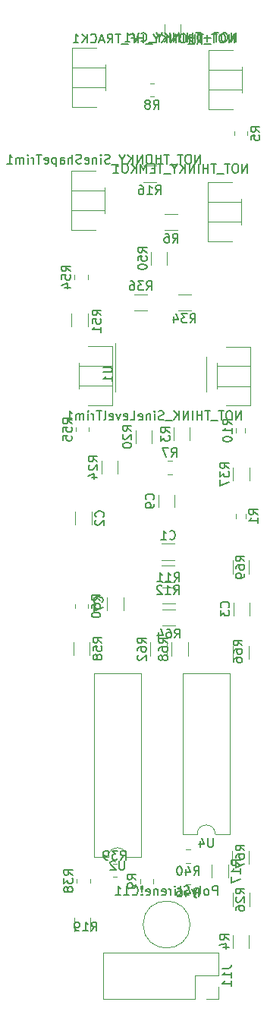
<source format=gbr>
%TF.GenerationSoftware,KiCad,Pcbnew,7.0.2*%
%TF.CreationDate,2023-06-26T14:18:18-04:00*%
%TF.ProjectId,as3340_no_mux,61733333-3430-45f6-9e6f-5f6d75782e6b,rev?*%
%TF.SameCoordinates,Original*%
%TF.FileFunction,Legend,Bot*%
%TF.FilePolarity,Positive*%
%FSLAX46Y46*%
G04 Gerber Fmt 4.6, Leading zero omitted, Abs format (unit mm)*
G04 Created by KiCad (PCBNEW 7.0.2) date 2023-06-26 14:18:18*
%MOMM*%
%LPD*%
G01*
G04 APERTURE LIST*
%ADD10C,0.150000*%
%ADD11C,0.120000*%
G04 APERTURE END LIST*
D10*
%TO.C,R60*%
X181233419Y-103547942D02*
X180757228Y-103214609D01*
X181233419Y-102976514D02*
X180233419Y-102976514D01*
X180233419Y-102976514D02*
X180233419Y-103357466D01*
X180233419Y-103357466D02*
X180281038Y-103452704D01*
X180281038Y-103452704D02*
X180328657Y-103500323D01*
X180328657Y-103500323D02*
X180423895Y-103547942D01*
X180423895Y-103547942D02*
X180566752Y-103547942D01*
X180566752Y-103547942D02*
X180661990Y-103500323D01*
X180661990Y-103500323D02*
X180709609Y-103452704D01*
X180709609Y-103452704D02*
X180757228Y-103357466D01*
X180757228Y-103357466D02*
X180757228Y-102976514D01*
X180233419Y-104405085D02*
X180233419Y-104214609D01*
X180233419Y-104214609D02*
X180281038Y-104119371D01*
X180281038Y-104119371D02*
X180328657Y-104071752D01*
X180328657Y-104071752D02*
X180471514Y-103976514D01*
X180471514Y-103976514D02*
X180661990Y-103928895D01*
X180661990Y-103928895D02*
X181042942Y-103928895D01*
X181042942Y-103928895D02*
X181138180Y-103976514D01*
X181138180Y-103976514D02*
X181185800Y-104024133D01*
X181185800Y-104024133D02*
X181233419Y-104119371D01*
X181233419Y-104119371D02*
X181233419Y-104309847D01*
X181233419Y-104309847D02*
X181185800Y-104405085D01*
X181185800Y-104405085D02*
X181138180Y-104452704D01*
X181138180Y-104452704D02*
X181042942Y-104500323D01*
X181042942Y-104500323D02*
X180804847Y-104500323D01*
X180804847Y-104500323D02*
X180709609Y-104452704D01*
X180709609Y-104452704D02*
X180661990Y-104405085D01*
X180661990Y-104405085D02*
X180614371Y-104309847D01*
X180614371Y-104309847D02*
X180614371Y-104119371D01*
X180614371Y-104119371D02*
X180661990Y-104024133D01*
X180661990Y-104024133D02*
X180709609Y-103976514D01*
X180709609Y-103976514D02*
X180804847Y-103928895D01*
X180233419Y-105119371D02*
X180233419Y-105214609D01*
X180233419Y-105214609D02*
X180281038Y-105309847D01*
X180281038Y-105309847D02*
X180328657Y-105357466D01*
X180328657Y-105357466D02*
X180423895Y-105405085D01*
X180423895Y-105405085D02*
X180614371Y-105452704D01*
X180614371Y-105452704D02*
X180852466Y-105452704D01*
X180852466Y-105452704D02*
X181042942Y-105405085D01*
X181042942Y-105405085D02*
X181138180Y-105357466D01*
X181138180Y-105357466D02*
X181185800Y-105309847D01*
X181185800Y-105309847D02*
X181233419Y-105214609D01*
X181233419Y-105214609D02*
X181233419Y-105119371D01*
X181233419Y-105119371D02*
X181185800Y-105024133D01*
X181185800Y-105024133D02*
X181138180Y-104976514D01*
X181138180Y-104976514D02*
X181042942Y-104928895D01*
X181042942Y-104928895D02*
X180852466Y-104881276D01*
X180852466Y-104881276D02*
X180614371Y-104881276D01*
X180614371Y-104881276D02*
X180423895Y-104928895D01*
X180423895Y-104928895D02*
X180328657Y-104976514D01*
X180328657Y-104976514D02*
X180281038Y-105024133D01*
X180281038Y-105024133D02*
X180233419Y-105119371D01*
%TO.C,R55*%
X178035019Y-83837542D02*
X177558828Y-83504209D01*
X178035019Y-83266114D02*
X177035019Y-83266114D01*
X177035019Y-83266114D02*
X177035019Y-83647066D01*
X177035019Y-83647066D02*
X177082638Y-83742304D01*
X177082638Y-83742304D02*
X177130257Y-83789923D01*
X177130257Y-83789923D02*
X177225495Y-83837542D01*
X177225495Y-83837542D02*
X177368352Y-83837542D01*
X177368352Y-83837542D02*
X177463590Y-83789923D01*
X177463590Y-83789923D02*
X177511209Y-83742304D01*
X177511209Y-83742304D02*
X177558828Y-83647066D01*
X177558828Y-83647066D02*
X177558828Y-83266114D01*
X177035019Y-84742304D02*
X177035019Y-84266114D01*
X177035019Y-84266114D02*
X177511209Y-84218495D01*
X177511209Y-84218495D02*
X177463590Y-84266114D01*
X177463590Y-84266114D02*
X177415971Y-84361352D01*
X177415971Y-84361352D02*
X177415971Y-84599447D01*
X177415971Y-84599447D02*
X177463590Y-84694685D01*
X177463590Y-84694685D02*
X177511209Y-84742304D01*
X177511209Y-84742304D02*
X177606447Y-84789923D01*
X177606447Y-84789923D02*
X177844542Y-84789923D01*
X177844542Y-84789923D02*
X177939780Y-84742304D01*
X177939780Y-84742304D02*
X177987400Y-84694685D01*
X177987400Y-84694685D02*
X178035019Y-84599447D01*
X178035019Y-84599447D02*
X178035019Y-84361352D01*
X178035019Y-84361352D02*
X177987400Y-84266114D01*
X177987400Y-84266114D02*
X177939780Y-84218495D01*
X177035019Y-85694685D02*
X177035019Y-85218495D01*
X177035019Y-85218495D02*
X177511209Y-85170876D01*
X177511209Y-85170876D02*
X177463590Y-85218495D01*
X177463590Y-85218495D02*
X177415971Y-85313733D01*
X177415971Y-85313733D02*
X177415971Y-85551828D01*
X177415971Y-85551828D02*
X177463590Y-85647066D01*
X177463590Y-85647066D02*
X177511209Y-85694685D01*
X177511209Y-85694685D02*
X177606447Y-85742304D01*
X177606447Y-85742304D02*
X177844542Y-85742304D01*
X177844542Y-85742304D02*
X177939780Y-85694685D01*
X177939780Y-85694685D02*
X177987400Y-85647066D01*
X177987400Y-85647066D02*
X178035019Y-85551828D01*
X178035019Y-85551828D02*
X178035019Y-85313733D01*
X178035019Y-85313733D02*
X177987400Y-85218495D01*
X177987400Y-85218495D02*
X177939780Y-85170876D01*
%TO.C,R54*%
X177882619Y-66830242D02*
X177406428Y-66496909D01*
X177882619Y-66258814D02*
X176882619Y-66258814D01*
X176882619Y-66258814D02*
X176882619Y-66639766D01*
X176882619Y-66639766D02*
X176930238Y-66735004D01*
X176930238Y-66735004D02*
X176977857Y-66782623D01*
X176977857Y-66782623D02*
X177073095Y-66830242D01*
X177073095Y-66830242D02*
X177215952Y-66830242D01*
X177215952Y-66830242D02*
X177311190Y-66782623D01*
X177311190Y-66782623D02*
X177358809Y-66735004D01*
X177358809Y-66735004D02*
X177406428Y-66639766D01*
X177406428Y-66639766D02*
X177406428Y-66258814D01*
X176882619Y-67735004D02*
X176882619Y-67258814D01*
X176882619Y-67258814D02*
X177358809Y-67211195D01*
X177358809Y-67211195D02*
X177311190Y-67258814D01*
X177311190Y-67258814D02*
X177263571Y-67354052D01*
X177263571Y-67354052D02*
X177263571Y-67592147D01*
X177263571Y-67592147D02*
X177311190Y-67687385D01*
X177311190Y-67687385D02*
X177358809Y-67735004D01*
X177358809Y-67735004D02*
X177454047Y-67782623D01*
X177454047Y-67782623D02*
X177692142Y-67782623D01*
X177692142Y-67782623D02*
X177787380Y-67735004D01*
X177787380Y-67735004D02*
X177835000Y-67687385D01*
X177835000Y-67687385D02*
X177882619Y-67592147D01*
X177882619Y-67592147D02*
X177882619Y-67354052D01*
X177882619Y-67354052D02*
X177835000Y-67258814D01*
X177835000Y-67258814D02*
X177787380Y-67211195D01*
X177215952Y-68639766D02*
X177882619Y-68639766D01*
X176835000Y-68401671D02*
X177549285Y-68163576D01*
X177549285Y-68163576D02*
X177549285Y-68782623D01*
%TO.C,R46*%
X191650857Y-136605619D02*
X191984190Y-136129428D01*
X192222285Y-136605619D02*
X192222285Y-135605619D01*
X192222285Y-135605619D02*
X191841333Y-135605619D01*
X191841333Y-135605619D02*
X191746095Y-135653238D01*
X191746095Y-135653238D02*
X191698476Y-135700857D01*
X191698476Y-135700857D02*
X191650857Y-135796095D01*
X191650857Y-135796095D02*
X191650857Y-135938952D01*
X191650857Y-135938952D02*
X191698476Y-136034190D01*
X191698476Y-136034190D02*
X191746095Y-136081809D01*
X191746095Y-136081809D02*
X191841333Y-136129428D01*
X191841333Y-136129428D02*
X192222285Y-136129428D01*
X190793714Y-135938952D02*
X190793714Y-136605619D01*
X191031809Y-135558000D02*
X191269904Y-136272285D01*
X191269904Y-136272285D02*
X190650857Y-136272285D01*
X189841333Y-135605619D02*
X190031809Y-135605619D01*
X190031809Y-135605619D02*
X190127047Y-135653238D01*
X190127047Y-135653238D02*
X190174666Y-135700857D01*
X190174666Y-135700857D02*
X190269904Y-135843714D01*
X190269904Y-135843714D02*
X190317523Y-136034190D01*
X190317523Y-136034190D02*
X190317523Y-136415142D01*
X190317523Y-136415142D02*
X190269904Y-136510380D01*
X190269904Y-136510380D02*
X190222285Y-136558000D01*
X190222285Y-136558000D02*
X190127047Y-136605619D01*
X190127047Y-136605619D02*
X189936571Y-136605619D01*
X189936571Y-136605619D02*
X189841333Y-136558000D01*
X189841333Y-136558000D02*
X189793714Y-136510380D01*
X189793714Y-136510380D02*
X189746095Y-136415142D01*
X189746095Y-136415142D02*
X189746095Y-136177047D01*
X189746095Y-136177047D02*
X189793714Y-136081809D01*
X189793714Y-136081809D02*
X189841333Y-136034190D01*
X189841333Y-136034190D02*
X189936571Y-135986571D01*
X189936571Y-135986571D02*
X190127047Y-135986571D01*
X190127047Y-135986571D02*
X190222285Y-136034190D01*
X190222285Y-136034190D02*
X190269904Y-136081809D01*
X190269904Y-136081809D02*
X190317523Y-136177047D01*
%TO.C,R40*%
X191650857Y-134192619D02*
X191984190Y-133716428D01*
X192222285Y-134192619D02*
X192222285Y-133192619D01*
X192222285Y-133192619D02*
X191841333Y-133192619D01*
X191841333Y-133192619D02*
X191746095Y-133240238D01*
X191746095Y-133240238D02*
X191698476Y-133287857D01*
X191698476Y-133287857D02*
X191650857Y-133383095D01*
X191650857Y-133383095D02*
X191650857Y-133525952D01*
X191650857Y-133525952D02*
X191698476Y-133621190D01*
X191698476Y-133621190D02*
X191746095Y-133668809D01*
X191746095Y-133668809D02*
X191841333Y-133716428D01*
X191841333Y-133716428D02*
X192222285Y-133716428D01*
X190793714Y-133525952D02*
X190793714Y-134192619D01*
X191031809Y-133145000D02*
X191269904Y-133859285D01*
X191269904Y-133859285D02*
X190650857Y-133859285D01*
X190079428Y-133192619D02*
X189984190Y-133192619D01*
X189984190Y-133192619D02*
X189888952Y-133240238D01*
X189888952Y-133240238D02*
X189841333Y-133287857D01*
X189841333Y-133287857D02*
X189793714Y-133383095D01*
X189793714Y-133383095D02*
X189746095Y-133573571D01*
X189746095Y-133573571D02*
X189746095Y-133811666D01*
X189746095Y-133811666D02*
X189793714Y-134002142D01*
X189793714Y-134002142D02*
X189841333Y-134097380D01*
X189841333Y-134097380D02*
X189888952Y-134145000D01*
X189888952Y-134145000D02*
X189984190Y-134192619D01*
X189984190Y-134192619D02*
X190079428Y-134192619D01*
X190079428Y-134192619D02*
X190174666Y-134145000D01*
X190174666Y-134145000D02*
X190222285Y-134097380D01*
X190222285Y-134097380D02*
X190269904Y-134002142D01*
X190269904Y-134002142D02*
X190317523Y-133811666D01*
X190317523Y-133811666D02*
X190317523Y-133573571D01*
X190317523Y-133573571D02*
X190269904Y-133383095D01*
X190269904Y-133383095D02*
X190222285Y-133287857D01*
X190222285Y-133287857D02*
X190174666Y-133240238D01*
X190174666Y-133240238D02*
X190079428Y-133192619D01*
%TO.C,R39*%
X183472057Y-132467419D02*
X183805390Y-131991228D01*
X184043485Y-132467419D02*
X184043485Y-131467419D01*
X184043485Y-131467419D02*
X183662533Y-131467419D01*
X183662533Y-131467419D02*
X183567295Y-131515038D01*
X183567295Y-131515038D02*
X183519676Y-131562657D01*
X183519676Y-131562657D02*
X183472057Y-131657895D01*
X183472057Y-131657895D02*
X183472057Y-131800752D01*
X183472057Y-131800752D02*
X183519676Y-131895990D01*
X183519676Y-131895990D02*
X183567295Y-131943609D01*
X183567295Y-131943609D02*
X183662533Y-131991228D01*
X183662533Y-131991228D02*
X184043485Y-131991228D01*
X183138723Y-131467419D02*
X182519676Y-131467419D01*
X182519676Y-131467419D02*
X182853009Y-131848371D01*
X182853009Y-131848371D02*
X182710152Y-131848371D01*
X182710152Y-131848371D02*
X182614914Y-131895990D01*
X182614914Y-131895990D02*
X182567295Y-131943609D01*
X182567295Y-131943609D02*
X182519676Y-132038847D01*
X182519676Y-132038847D02*
X182519676Y-132276942D01*
X182519676Y-132276942D02*
X182567295Y-132372180D01*
X182567295Y-132372180D02*
X182614914Y-132419800D01*
X182614914Y-132419800D02*
X182710152Y-132467419D01*
X182710152Y-132467419D02*
X182995866Y-132467419D01*
X182995866Y-132467419D02*
X183091104Y-132419800D01*
X183091104Y-132419800D02*
X183138723Y-132372180D01*
X182043485Y-132467419D02*
X181853009Y-132467419D01*
X181853009Y-132467419D02*
X181757771Y-132419800D01*
X181757771Y-132419800D02*
X181710152Y-132372180D01*
X181710152Y-132372180D02*
X181614914Y-132229323D01*
X181614914Y-132229323D02*
X181567295Y-132038847D01*
X181567295Y-132038847D02*
X181567295Y-131657895D01*
X181567295Y-131657895D02*
X181614914Y-131562657D01*
X181614914Y-131562657D02*
X181662533Y-131515038D01*
X181662533Y-131515038D02*
X181757771Y-131467419D01*
X181757771Y-131467419D02*
X181948247Y-131467419D01*
X181948247Y-131467419D02*
X182043485Y-131515038D01*
X182043485Y-131515038D02*
X182091104Y-131562657D01*
X182091104Y-131562657D02*
X182138723Y-131657895D01*
X182138723Y-131657895D02*
X182138723Y-131895990D01*
X182138723Y-131895990D02*
X182091104Y-131991228D01*
X182091104Y-131991228D02*
X182043485Y-132038847D01*
X182043485Y-132038847D02*
X181948247Y-132086466D01*
X181948247Y-132086466D02*
X181757771Y-132086466D01*
X181757771Y-132086466D02*
X181662533Y-132038847D01*
X181662533Y-132038847D02*
X181614914Y-131991228D01*
X181614914Y-131991228D02*
X181567295Y-131895990D01*
%TO.C,R38*%
X178136619Y-134180342D02*
X177660428Y-133847009D01*
X178136619Y-133608914D02*
X177136619Y-133608914D01*
X177136619Y-133608914D02*
X177136619Y-133989866D01*
X177136619Y-133989866D02*
X177184238Y-134085104D01*
X177184238Y-134085104D02*
X177231857Y-134132723D01*
X177231857Y-134132723D02*
X177327095Y-134180342D01*
X177327095Y-134180342D02*
X177469952Y-134180342D01*
X177469952Y-134180342D02*
X177565190Y-134132723D01*
X177565190Y-134132723D02*
X177612809Y-134085104D01*
X177612809Y-134085104D02*
X177660428Y-133989866D01*
X177660428Y-133989866D02*
X177660428Y-133608914D01*
X177136619Y-134513676D02*
X177136619Y-135132723D01*
X177136619Y-135132723D02*
X177517571Y-134799390D01*
X177517571Y-134799390D02*
X177517571Y-134942247D01*
X177517571Y-134942247D02*
X177565190Y-135037485D01*
X177565190Y-135037485D02*
X177612809Y-135085104D01*
X177612809Y-135085104D02*
X177708047Y-135132723D01*
X177708047Y-135132723D02*
X177946142Y-135132723D01*
X177946142Y-135132723D02*
X178041380Y-135085104D01*
X178041380Y-135085104D02*
X178089000Y-135037485D01*
X178089000Y-135037485D02*
X178136619Y-134942247D01*
X178136619Y-134942247D02*
X178136619Y-134656533D01*
X178136619Y-134656533D02*
X178089000Y-134561295D01*
X178089000Y-134561295D02*
X178041380Y-134513676D01*
X177565190Y-135704152D02*
X177517571Y-135608914D01*
X177517571Y-135608914D02*
X177469952Y-135561295D01*
X177469952Y-135561295D02*
X177374714Y-135513676D01*
X177374714Y-135513676D02*
X177327095Y-135513676D01*
X177327095Y-135513676D02*
X177231857Y-135561295D01*
X177231857Y-135561295D02*
X177184238Y-135608914D01*
X177184238Y-135608914D02*
X177136619Y-135704152D01*
X177136619Y-135704152D02*
X177136619Y-135894628D01*
X177136619Y-135894628D02*
X177184238Y-135989866D01*
X177184238Y-135989866D02*
X177231857Y-136037485D01*
X177231857Y-136037485D02*
X177327095Y-136085104D01*
X177327095Y-136085104D02*
X177374714Y-136085104D01*
X177374714Y-136085104D02*
X177469952Y-136037485D01*
X177469952Y-136037485D02*
X177517571Y-135989866D01*
X177517571Y-135989866D02*
X177565190Y-135894628D01*
X177565190Y-135894628D02*
X177565190Y-135704152D01*
X177565190Y-135704152D02*
X177612809Y-135608914D01*
X177612809Y-135608914D02*
X177660428Y-135561295D01*
X177660428Y-135561295D02*
X177755666Y-135513676D01*
X177755666Y-135513676D02*
X177946142Y-135513676D01*
X177946142Y-135513676D02*
X178041380Y-135561295D01*
X178041380Y-135561295D02*
X178089000Y-135608914D01*
X178089000Y-135608914D02*
X178136619Y-135704152D01*
X178136619Y-135704152D02*
X178136619Y-135894628D01*
X178136619Y-135894628D02*
X178089000Y-135989866D01*
X178089000Y-135989866D02*
X178041380Y-136037485D01*
X178041380Y-136037485D02*
X177946142Y-136085104D01*
X177946142Y-136085104D02*
X177755666Y-136085104D01*
X177755666Y-136085104D02*
X177660428Y-136037485D01*
X177660428Y-136037485D02*
X177612809Y-135989866D01*
X177612809Y-135989866D02*
X177565190Y-135894628D01*
%TO.C,R10*%
X195882619Y-83939142D02*
X195406428Y-83605809D01*
X195882619Y-83367714D02*
X194882619Y-83367714D01*
X194882619Y-83367714D02*
X194882619Y-83748666D01*
X194882619Y-83748666D02*
X194930238Y-83843904D01*
X194930238Y-83843904D02*
X194977857Y-83891523D01*
X194977857Y-83891523D02*
X195073095Y-83939142D01*
X195073095Y-83939142D02*
X195215952Y-83939142D01*
X195215952Y-83939142D02*
X195311190Y-83891523D01*
X195311190Y-83891523D02*
X195358809Y-83843904D01*
X195358809Y-83843904D02*
X195406428Y-83748666D01*
X195406428Y-83748666D02*
X195406428Y-83367714D01*
X195882619Y-84891523D02*
X195882619Y-84320095D01*
X195882619Y-84605809D02*
X194882619Y-84605809D01*
X194882619Y-84605809D02*
X195025476Y-84510571D01*
X195025476Y-84510571D02*
X195120714Y-84415333D01*
X195120714Y-84415333D02*
X195168333Y-84320095D01*
X194882619Y-85510571D02*
X194882619Y-85605809D01*
X194882619Y-85605809D02*
X194930238Y-85701047D01*
X194930238Y-85701047D02*
X194977857Y-85748666D01*
X194977857Y-85748666D02*
X195073095Y-85796285D01*
X195073095Y-85796285D02*
X195263571Y-85843904D01*
X195263571Y-85843904D02*
X195501666Y-85843904D01*
X195501666Y-85843904D02*
X195692142Y-85796285D01*
X195692142Y-85796285D02*
X195787380Y-85748666D01*
X195787380Y-85748666D02*
X195835000Y-85701047D01*
X195835000Y-85701047D02*
X195882619Y-85605809D01*
X195882619Y-85605809D02*
X195882619Y-85510571D01*
X195882619Y-85510571D02*
X195835000Y-85415333D01*
X195835000Y-85415333D02*
X195787380Y-85367714D01*
X195787380Y-85367714D02*
X195692142Y-85320095D01*
X195692142Y-85320095D02*
X195501666Y-85272476D01*
X195501666Y-85272476D02*
X195263571Y-85272476D01*
X195263571Y-85272476D02*
X195073095Y-85320095D01*
X195073095Y-85320095D02*
X194977857Y-85367714D01*
X194977857Y-85367714D02*
X194930238Y-85415333D01*
X194930238Y-85415333D02*
X194882619Y-85510571D01*
%TO.C,R9*%
X185197819Y-134707333D02*
X184721628Y-134374000D01*
X185197819Y-134135905D02*
X184197819Y-134135905D01*
X184197819Y-134135905D02*
X184197819Y-134516857D01*
X184197819Y-134516857D02*
X184245438Y-134612095D01*
X184245438Y-134612095D02*
X184293057Y-134659714D01*
X184293057Y-134659714D02*
X184388295Y-134707333D01*
X184388295Y-134707333D02*
X184531152Y-134707333D01*
X184531152Y-134707333D02*
X184626390Y-134659714D01*
X184626390Y-134659714D02*
X184674009Y-134612095D01*
X184674009Y-134612095D02*
X184721628Y-134516857D01*
X184721628Y-134516857D02*
X184721628Y-134135905D01*
X185197819Y-135183524D02*
X185197819Y-135374000D01*
X185197819Y-135374000D02*
X185150200Y-135469238D01*
X185150200Y-135469238D02*
X185102580Y-135516857D01*
X185102580Y-135516857D02*
X184959723Y-135612095D01*
X184959723Y-135612095D02*
X184769247Y-135659714D01*
X184769247Y-135659714D02*
X184388295Y-135659714D01*
X184388295Y-135659714D02*
X184293057Y-135612095D01*
X184293057Y-135612095D02*
X184245438Y-135564476D01*
X184245438Y-135564476D02*
X184197819Y-135469238D01*
X184197819Y-135469238D02*
X184197819Y-135278762D01*
X184197819Y-135278762D02*
X184245438Y-135183524D01*
X184245438Y-135183524D02*
X184293057Y-135135905D01*
X184293057Y-135135905D02*
X184388295Y-135088286D01*
X184388295Y-135088286D02*
X184626390Y-135088286D01*
X184626390Y-135088286D02*
X184721628Y-135135905D01*
X184721628Y-135135905D02*
X184769247Y-135183524D01*
X184769247Y-135183524D02*
X184816866Y-135278762D01*
X184816866Y-135278762D02*
X184816866Y-135469238D01*
X184816866Y-135469238D02*
X184769247Y-135564476D01*
X184769247Y-135564476D02*
X184721628Y-135612095D01*
X184721628Y-135612095D02*
X184626390Y-135659714D01*
%TO.C,R8*%
X187161466Y-48747019D02*
X187494799Y-48270828D01*
X187732894Y-48747019D02*
X187732894Y-47747019D01*
X187732894Y-47747019D02*
X187351942Y-47747019D01*
X187351942Y-47747019D02*
X187256704Y-47794638D01*
X187256704Y-47794638D02*
X187209085Y-47842257D01*
X187209085Y-47842257D02*
X187161466Y-47937495D01*
X187161466Y-47937495D02*
X187161466Y-48080352D01*
X187161466Y-48080352D02*
X187209085Y-48175590D01*
X187209085Y-48175590D02*
X187256704Y-48223209D01*
X187256704Y-48223209D02*
X187351942Y-48270828D01*
X187351942Y-48270828D02*
X187732894Y-48270828D01*
X186590037Y-48175590D02*
X186685275Y-48127971D01*
X186685275Y-48127971D02*
X186732894Y-48080352D01*
X186732894Y-48080352D02*
X186780513Y-47985114D01*
X186780513Y-47985114D02*
X186780513Y-47937495D01*
X186780513Y-47937495D02*
X186732894Y-47842257D01*
X186732894Y-47842257D02*
X186685275Y-47794638D01*
X186685275Y-47794638D02*
X186590037Y-47747019D01*
X186590037Y-47747019D02*
X186399561Y-47747019D01*
X186399561Y-47747019D02*
X186304323Y-47794638D01*
X186304323Y-47794638D02*
X186256704Y-47842257D01*
X186256704Y-47842257D02*
X186209085Y-47937495D01*
X186209085Y-47937495D02*
X186209085Y-47985114D01*
X186209085Y-47985114D02*
X186256704Y-48080352D01*
X186256704Y-48080352D02*
X186304323Y-48127971D01*
X186304323Y-48127971D02*
X186399561Y-48175590D01*
X186399561Y-48175590D02*
X186590037Y-48175590D01*
X186590037Y-48175590D02*
X186685275Y-48223209D01*
X186685275Y-48223209D02*
X186732894Y-48270828D01*
X186732894Y-48270828D02*
X186780513Y-48366066D01*
X186780513Y-48366066D02*
X186780513Y-48556542D01*
X186780513Y-48556542D02*
X186732894Y-48651780D01*
X186732894Y-48651780D02*
X186685275Y-48699400D01*
X186685275Y-48699400D02*
X186590037Y-48747019D01*
X186590037Y-48747019D02*
X186399561Y-48747019D01*
X186399561Y-48747019D02*
X186304323Y-48699400D01*
X186304323Y-48699400D02*
X186256704Y-48651780D01*
X186256704Y-48651780D02*
X186209085Y-48556542D01*
X186209085Y-48556542D02*
X186209085Y-48366066D01*
X186209085Y-48366066D02*
X186256704Y-48270828D01*
X186256704Y-48270828D02*
X186304323Y-48223209D01*
X186304323Y-48223209D02*
X186399561Y-48175590D01*
%TO.C,R7*%
X189142666Y-87560219D02*
X189475999Y-87084028D01*
X189714094Y-87560219D02*
X189714094Y-86560219D01*
X189714094Y-86560219D02*
X189333142Y-86560219D01*
X189333142Y-86560219D02*
X189237904Y-86607838D01*
X189237904Y-86607838D02*
X189190285Y-86655457D01*
X189190285Y-86655457D02*
X189142666Y-86750695D01*
X189142666Y-86750695D02*
X189142666Y-86893552D01*
X189142666Y-86893552D02*
X189190285Y-86988790D01*
X189190285Y-86988790D02*
X189237904Y-87036409D01*
X189237904Y-87036409D02*
X189333142Y-87084028D01*
X189333142Y-87084028D02*
X189714094Y-87084028D01*
X188809332Y-86560219D02*
X188142666Y-86560219D01*
X188142666Y-86560219D02*
X188571237Y-87560219D01*
%TO.C,R5*%
X199013419Y-51293733D02*
X198537228Y-50960400D01*
X199013419Y-50722305D02*
X198013419Y-50722305D01*
X198013419Y-50722305D02*
X198013419Y-51103257D01*
X198013419Y-51103257D02*
X198061038Y-51198495D01*
X198061038Y-51198495D02*
X198108657Y-51246114D01*
X198108657Y-51246114D02*
X198203895Y-51293733D01*
X198203895Y-51293733D02*
X198346752Y-51293733D01*
X198346752Y-51293733D02*
X198441990Y-51246114D01*
X198441990Y-51246114D02*
X198489609Y-51198495D01*
X198489609Y-51198495D02*
X198537228Y-51103257D01*
X198537228Y-51103257D02*
X198537228Y-50722305D01*
X198013419Y-52198495D02*
X198013419Y-51722305D01*
X198013419Y-51722305D02*
X198489609Y-51674686D01*
X198489609Y-51674686D02*
X198441990Y-51722305D01*
X198441990Y-51722305D02*
X198394371Y-51817543D01*
X198394371Y-51817543D02*
X198394371Y-52055638D01*
X198394371Y-52055638D02*
X198441990Y-52150876D01*
X198441990Y-52150876D02*
X198489609Y-52198495D01*
X198489609Y-52198495D02*
X198584847Y-52246114D01*
X198584847Y-52246114D02*
X198822942Y-52246114D01*
X198822942Y-52246114D02*
X198918180Y-52198495D01*
X198918180Y-52198495D02*
X198965800Y-52150876D01*
X198965800Y-52150876D02*
X199013419Y-52055638D01*
X199013419Y-52055638D02*
X199013419Y-51817543D01*
X199013419Y-51817543D02*
X198965800Y-51722305D01*
X198965800Y-51722305D02*
X198918180Y-51674686D01*
%TO.C,R1*%
X198793419Y-93965733D02*
X198317228Y-93632400D01*
X198793419Y-93394305D02*
X197793419Y-93394305D01*
X197793419Y-93394305D02*
X197793419Y-93775257D01*
X197793419Y-93775257D02*
X197841038Y-93870495D01*
X197841038Y-93870495D02*
X197888657Y-93918114D01*
X197888657Y-93918114D02*
X197983895Y-93965733D01*
X197983895Y-93965733D02*
X198126752Y-93965733D01*
X198126752Y-93965733D02*
X198221990Y-93918114D01*
X198221990Y-93918114D02*
X198269609Y-93870495D01*
X198269609Y-93870495D02*
X198317228Y-93775257D01*
X198317228Y-93775257D02*
X198317228Y-93394305D01*
X198793419Y-94918114D02*
X198793419Y-94346686D01*
X198793419Y-94632400D02*
X197793419Y-94632400D01*
X197793419Y-94632400D02*
X197936276Y-94537162D01*
X197936276Y-94537162D02*
X198031514Y-94441924D01*
X198031514Y-94441924D02*
X198079133Y-94346686D01*
%TO.C,C1*%
X188939466Y-96662980D02*
X188987085Y-96710600D01*
X188987085Y-96710600D02*
X189129942Y-96758219D01*
X189129942Y-96758219D02*
X189225180Y-96758219D01*
X189225180Y-96758219D02*
X189368037Y-96710600D01*
X189368037Y-96710600D02*
X189463275Y-96615361D01*
X189463275Y-96615361D02*
X189510894Y-96520123D01*
X189510894Y-96520123D02*
X189558513Y-96329647D01*
X189558513Y-96329647D02*
X189558513Y-96186790D01*
X189558513Y-96186790D02*
X189510894Y-95996314D01*
X189510894Y-95996314D02*
X189463275Y-95901076D01*
X189463275Y-95901076D02*
X189368037Y-95805838D01*
X189368037Y-95805838D02*
X189225180Y-95758219D01*
X189225180Y-95758219D02*
X189129942Y-95758219D01*
X189129942Y-95758219D02*
X188987085Y-95805838D01*
X188987085Y-95805838D02*
X188939466Y-95853457D01*
X187987085Y-96758219D02*
X188558513Y-96758219D01*
X188272799Y-96758219D02*
X188272799Y-95758219D01*
X188272799Y-95758219D02*
X188368037Y-95901076D01*
X188368037Y-95901076D02*
X188463275Y-95996314D01*
X188463275Y-95996314D02*
X188558513Y-96043933D01*
%TO.C,NOT_THONKY_HF_TRACK1*%
X196150381Y-41356619D02*
X196150381Y-40356619D01*
X196150381Y-40356619D02*
X195578953Y-41356619D01*
X195578953Y-41356619D02*
X195578953Y-40356619D01*
X194912286Y-40356619D02*
X194721810Y-40356619D01*
X194721810Y-40356619D02*
X194626572Y-40404238D01*
X194626572Y-40404238D02*
X194531334Y-40499476D01*
X194531334Y-40499476D02*
X194483715Y-40689952D01*
X194483715Y-40689952D02*
X194483715Y-41023285D01*
X194483715Y-41023285D02*
X194531334Y-41213761D01*
X194531334Y-41213761D02*
X194626572Y-41309000D01*
X194626572Y-41309000D02*
X194721810Y-41356619D01*
X194721810Y-41356619D02*
X194912286Y-41356619D01*
X194912286Y-41356619D02*
X195007524Y-41309000D01*
X195007524Y-41309000D02*
X195102762Y-41213761D01*
X195102762Y-41213761D02*
X195150381Y-41023285D01*
X195150381Y-41023285D02*
X195150381Y-40689952D01*
X195150381Y-40689952D02*
X195102762Y-40499476D01*
X195102762Y-40499476D02*
X195007524Y-40404238D01*
X195007524Y-40404238D02*
X194912286Y-40356619D01*
X194198000Y-40356619D02*
X193626572Y-40356619D01*
X193912286Y-41356619D02*
X193912286Y-40356619D01*
X193531334Y-41451857D02*
X192769429Y-41451857D01*
X192674190Y-40356619D02*
X192102762Y-40356619D01*
X192388476Y-41356619D02*
X192388476Y-40356619D01*
X191769428Y-41356619D02*
X191769428Y-40356619D01*
X191769428Y-40832809D02*
X191198000Y-40832809D01*
X191198000Y-41356619D02*
X191198000Y-40356619D01*
X190531333Y-40356619D02*
X190340857Y-40356619D01*
X190340857Y-40356619D02*
X190245619Y-40404238D01*
X190245619Y-40404238D02*
X190150381Y-40499476D01*
X190150381Y-40499476D02*
X190102762Y-40689952D01*
X190102762Y-40689952D02*
X190102762Y-41023285D01*
X190102762Y-41023285D02*
X190150381Y-41213761D01*
X190150381Y-41213761D02*
X190245619Y-41309000D01*
X190245619Y-41309000D02*
X190340857Y-41356619D01*
X190340857Y-41356619D02*
X190531333Y-41356619D01*
X190531333Y-41356619D02*
X190626571Y-41309000D01*
X190626571Y-41309000D02*
X190721809Y-41213761D01*
X190721809Y-41213761D02*
X190769428Y-41023285D01*
X190769428Y-41023285D02*
X190769428Y-40689952D01*
X190769428Y-40689952D02*
X190721809Y-40499476D01*
X190721809Y-40499476D02*
X190626571Y-40404238D01*
X190626571Y-40404238D02*
X190531333Y-40356619D01*
X189674190Y-41356619D02*
X189674190Y-40356619D01*
X189674190Y-40356619D02*
X189102762Y-41356619D01*
X189102762Y-41356619D02*
X189102762Y-40356619D01*
X188626571Y-41356619D02*
X188626571Y-40356619D01*
X188055143Y-41356619D02*
X188483714Y-40785190D01*
X188055143Y-40356619D02*
X188626571Y-40928047D01*
X187436095Y-40880428D02*
X187436095Y-41356619D01*
X187769428Y-40356619D02*
X187436095Y-40880428D01*
X187436095Y-40880428D02*
X187102762Y-40356619D01*
X187007524Y-41451857D02*
X186245619Y-41451857D01*
X186007523Y-41356619D02*
X186007523Y-40356619D01*
X186007523Y-40832809D02*
X185436095Y-40832809D01*
X185436095Y-41356619D02*
X185436095Y-40356619D01*
X184626571Y-40832809D02*
X184959904Y-40832809D01*
X184959904Y-41356619D02*
X184959904Y-40356619D01*
X184959904Y-40356619D02*
X184483714Y-40356619D01*
X184340857Y-41451857D02*
X183578952Y-41451857D01*
X183483713Y-40356619D02*
X182912285Y-40356619D01*
X183197999Y-41356619D02*
X183197999Y-40356619D01*
X182007523Y-41356619D02*
X182340856Y-40880428D01*
X182578951Y-41356619D02*
X182578951Y-40356619D01*
X182578951Y-40356619D02*
X182197999Y-40356619D01*
X182197999Y-40356619D02*
X182102761Y-40404238D01*
X182102761Y-40404238D02*
X182055142Y-40451857D01*
X182055142Y-40451857D02*
X182007523Y-40547095D01*
X182007523Y-40547095D02*
X182007523Y-40689952D01*
X182007523Y-40689952D02*
X182055142Y-40785190D01*
X182055142Y-40785190D02*
X182102761Y-40832809D01*
X182102761Y-40832809D02*
X182197999Y-40880428D01*
X182197999Y-40880428D02*
X182578951Y-40880428D01*
X181626570Y-41070904D02*
X181150380Y-41070904D01*
X181721808Y-41356619D02*
X181388475Y-40356619D01*
X181388475Y-40356619D02*
X181055142Y-41356619D01*
X180150380Y-41261380D02*
X180197999Y-41309000D01*
X180197999Y-41309000D02*
X180340856Y-41356619D01*
X180340856Y-41356619D02*
X180436094Y-41356619D01*
X180436094Y-41356619D02*
X180578951Y-41309000D01*
X180578951Y-41309000D02*
X180674189Y-41213761D01*
X180674189Y-41213761D02*
X180721808Y-41118523D01*
X180721808Y-41118523D02*
X180769427Y-40928047D01*
X180769427Y-40928047D02*
X180769427Y-40785190D01*
X180769427Y-40785190D02*
X180721808Y-40594714D01*
X180721808Y-40594714D02*
X180674189Y-40499476D01*
X180674189Y-40499476D02*
X180578951Y-40404238D01*
X180578951Y-40404238D02*
X180436094Y-40356619D01*
X180436094Y-40356619D02*
X180340856Y-40356619D01*
X180340856Y-40356619D02*
X180197999Y-40404238D01*
X180197999Y-40404238D02*
X180150380Y-40451857D01*
X179721808Y-41356619D02*
X179721808Y-40356619D01*
X179150380Y-41356619D02*
X179578951Y-40785190D01*
X179150380Y-40356619D02*
X179721808Y-40928047D01*
X178197999Y-41356619D02*
X178769427Y-41356619D01*
X178483713Y-41356619D02*
X178483713Y-40356619D01*
X178483713Y-40356619D02*
X178578951Y-40499476D01*
X178578951Y-40499476D02*
X178674189Y-40594714D01*
X178674189Y-40594714D02*
X178769427Y-40642333D01*
%TO.C,R69*%
X197312619Y-99179142D02*
X196836428Y-98845809D01*
X197312619Y-98607714D02*
X196312619Y-98607714D01*
X196312619Y-98607714D02*
X196312619Y-98988666D01*
X196312619Y-98988666D02*
X196360238Y-99083904D01*
X196360238Y-99083904D02*
X196407857Y-99131523D01*
X196407857Y-99131523D02*
X196503095Y-99179142D01*
X196503095Y-99179142D02*
X196645952Y-99179142D01*
X196645952Y-99179142D02*
X196741190Y-99131523D01*
X196741190Y-99131523D02*
X196788809Y-99083904D01*
X196788809Y-99083904D02*
X196836428Y-98988666D01*
X196836428Y-98988666D02*
X196836428Y-98607714D01*
X196312619Y-100036285D02*
X196312619Y-99845809D01*
X196312619Y-99845809D02*
X196360238Y-99750571D01*
X196360238Y-99750571D02*
X196407857Y-99702952D01*
X196407857Y-99702952D02*
X196550714Y-99607714D01*
X196550714Y-99607714D02*
X196741190Y-99560095D01*
X196741190Y-99560095D02*
X197122142Y-99560095D01*
X197122142Y-99560095D02*
X197217380Y-99607714D01*
X197217380Y-99607714D02*
X197265000Y-99655333D01*
X197265000Y-99655333D02*
X197312619Y-99750571D01*
X197312619Y-99750571D02*
X197312619Y-99941047D01*
X197312619Y-99941047D02*
X197265000Y-100036285D01*
X197265000Y-100036285D02*
X197217380Y-100083904D01*
X197217380Y-100083904D02*
X197122142Y-100131523D01*
X197122142Y-100131523D02*
X196884047Y-100131523D01*
X196884047Y-100131523D02*
X196788809Y-100083904D01*
X196788809Y-100083904D02*
X196741190Y-100036285D01*
X196741190Y-100036285D02*
X196693571Y-99941047D01*
X196693571Y-99941047D02*
X196693571Y-99750571D01*
X196693571Y-99750571D02*
X196741190Y-99655333D01*
X196741190Y-99655333D02*
X196788809Y-99607714D01*
X196788809Y-99607714D02*
X196884047Y-99560095D01*
X197312619Y-100607714D02*
X197312619Y-100798190D01*
X197312619Y-100798190D02*
X197265000Y-100893428D01*
X197265000Y-100893428D02*
X197217380Y-100941047D01*
X197217380Y-100941047D02*
X197074523Y-101036285D01*
X197074523Y-101036285D02*
X196884047Y-101083904D01*
X196884047Y-101083904D02*
X196503095Y-101083904D01*
X196503095Y-101083904D02*
X196407857Y-101036285D01*
X196407857Y-101036285D02*
X196360238Y-100988666D01*
X196360238Y-100988666D02*
X196312619Y-100893428D01*
X196312619Y-100893428D02*
X196312619Y-100702952D01*
X196312619Y-100702952D02*
X196360238Y-100607714D01*
X196360238Y-100607714D02*
X196407857Y-100560095D01*
X196407857Y-100560095D02*
X196503095Y-100512476D01*
X196503095Y-100512476D02*
X196741190Y-100512476D01*
X196741190Y-100512476D02*
X196836428Y-100560095D01*
X196836428Y-100560095D02*
X196884047Y-100607714D01*
X196884047Y-100607714D02*
X196931666Y-100702952D01*
X196931666Y-100702952D02*
X196931666Y-100893428D01*
X196931666Y-100893428D02*
X196884047Y-100988666D01*
X196884047Y-100988666D02*
X196836428Y-101036285D01*
X196836428Y-101036285D02*
X196741190Y-101083904D01*
%TO.C,R6*%
X189295066Y-63649019D02*
X189628399Y-63172828D01*
X189866494Y-63649019D02*
X189866494Y-62649019D01*
X189866494Y-62649019D02*
X189485542Y-62649019D01*
X189485542Y-62649019D02*
X189390304Y-62696638D01*
X189390304Y-62696638D02*
X189342685Y-62744257D01*
X189342685Y-62744257D02*
X189295066Y-62839495D01*
X189295066Y-62839495D02*
X189295066Y-62982352D01*
X189295066Y-62982352D02*
X189342685Y-63077590D01*
X189342685Y-63077590D02*
X189390304Y-63125209D01*
X189390304Y-63125209D02*
X189485542Y-63172828D01*
X189485542Y-63172828D02*
X189866494Y-63172828D01*
X188437923Y-62649019D02*
X188628399Y-62649019D01*
X188628399Y-62649019D02*
X188723637Y-62696638D01*
X188723637Y-62696638D02*
X188771256Y-62744257D01*
X188771256Y-62744257D02*
X188866494Y-62887114D01*
X188866494Y-62887114D02*
X188914113Y-63077590D01*
X188914113Y-63077590D02*
X188914113Y-63458542D01*
X188914113Y-63458542D02*
X188866494Y-63553780D01*
X188866494Y-63553780D02*
X188818875Y-63601400D01*
X188818875Y-63601400D02*
X188723637Y-63649019D01*
X188723637Y-63649019D02*
X188533161Y-63649019D01*
X188533161Y-63649019D02*
X188437923Y-63601400D01*
X188437923Y-63601400D02*
X188390304Y-63553780D01*
X188390304Y-63553780D02*
X188342685Y-63458542D01*
X188342685Y-63458542D02*
X188342685Y-63220447D01*
X188342685Y-63220447D02*
X188390304Y-63125209D01*
X188390304Y-63125209D02*
X188437923Y-63077590D01*
X188437923Y-63077590D02*
X188533161Y-63029971D01*
X188533161Y-63029971D02*
X188723637Y-63029971D01*
X188723637Y-63029971D02*
X188818875Y-63077590D01*
X188818875Y-63077590D02*
X188866494Y-63125209D01*
X188866494Y-63125209D02*
X188914113Y-63220447D01*
%TO.C,R34*%
X191244457Y-72589819D02*
X191577790Y-72113628D01*
X191815885Y-72589819D02*
X191815885Y-71589819D01*
X191815885Y-71589819D02*
X191434933Y-71589819D01*
X191434933Y-71589819D02*
X191339695Y-71637438D01*
X191339695Y-71637438D02*
X191292076Y-71685057D01*
X191292076Y-71685057D02*
X191244457Y-71780295D01*
X191244457Y-71780295D02*
X191244457Y-71923152D01*
X191244457Y-71923152D02*
X191292076Y-72018390D01*
X191292076Y-72018390D02*
X191339695Y-72066009D01*
X191339695Y-72066009D02*
X191434933Y-72113628D01*
X191434933Y-72113628D02*
X191815885Y-72113628D01*
X190911123Y-71589819D02*
X190292076Y-71589819D01*
X190292076Y-71589819D02*
X190625409Y-71970771D01*
X190625409Y-71970771D02*
X190482552Y-71970771D01*
X190482552Y-71970771D02*
X190387314Y-72018390D01*
X190387314Y-72018390D02*
X190339695Y-72066009D01*
X190339695Y-72066009D02*
X190292076Y-72161247D01*
X190292076Y-72161247D02*
X190292076Y-72399342D01*
X190292076Y-72399342D02*
X190339695Y-72494580D01*
X190339695Y-72494580D02*
X190387314Y-72542200D01*
X190387314Y-72542200D02*
X190482552Y-72589819D01*
X190482552Y-72589819D02*
X190768266Y-72589819D01*
X190768266Y-72589819D02*
X190863504Y-72542200D01*
X190863504Y-72542200D02*
X190911123Y-72494580D01*
X189434933Y-71923152D02*
X189434933Y-72589819D01*
X189673028Y-71542200D02*
X189911123Y-72256485D01*
X189911123Y-72256485D02*
X189292076Y-72256485D01*
%TO.C,R4*%
X195543419Y-141412933D02*
X195067228Y-141079600D01*
X195543419Y-140841505D02*
X194543419Y-140841505D01*
X194543419Y-140841505D02*
X194543419Y-141222457D01*
X194543419Y-141222457D02*
X194591038Y-141317695D01*
X194591038Y-141317695D02*
X194638657Y-141365314D01*
X194638657Y-141365314D02*
X194733895Y-141412933D01*
X194733895Y-141412933D02*
X194876752Y-141412933D01*
X194876752Y-141412933D02*
X194971990Y-141365314D01*
X194971990Y-141365314D02*
X195019609Y-141317695D01*
X195019609Y-141317695D02*
X195067228Y-141222457D01*
X195067228Y-141222457D02*
X195067228Y-140841505D01*
X194876752Y-142270076D02*
X195543419Y-142270076D01*
X194495800Y-142031981D02*
X195210085Y-141793886D01*
X195210085Y-141793886D02*
X195210085Y-142412933D01*
%TO.C,R58*%
X181403419Y-108272342D02*
X180927228Y-107939009D01*
X181403419Y-107700914D02*
X180403419Y-107700914D01*
X180403419Y-107700914D02*
X180403419Y-108081866D01*
X180403419Y-108081866D02*
X180451038Y-108177104D01*
X180451038Y-108177104D02*
X180498657Y-108224723D01*
X180498657Y-108224723D02*
X180593895Y-108272342D01*
X180593895Y-108272342D02*
X180736752Y-108272342D01*
X180736752Y-108272342D02*
X180831990Y-108224723D01*
X180831990Y-108224723D02*
X180879609Y-108177104D01*
X180879609Y-108177104D02*
X180927228Y-108081866D01*
X180927228Y-108081866D02*
X180927228Y-107700914D01*
X180403419Y-109177104D02*
X180403419Y-108700914D01*
X180403419Y-108700914D02*
X180879609Y-108653295D01*
X180879609Y-108653295D02*
X180831990Y-108700914D01*
X180831990Y-108700914D02*
X180784371Y-108796152D01*
X180784371Y-108796152D02*
X180784371Y-109034247D01*
X180784371Y-109034247D02*
X180831990Y-109129485D01*
X180831990Y-109129485D02*
X180879609Y-109177104D01*
X180879609Y-109177104D02*
X180974847Y-109224723D01*
X180974847Y-109224723D02*
X181212942Y-109224723D01*
X181212942Y-109224723D02*
X181308180Y-109177104D01*
X181308180Y-109177104D02*
X181355800Y-109129485D01*
X181355800Y-109129485D02*
X181403419Y-109034247D01*
X181403419Y-109034247D02*
X181403419Y-108796152D01*
X181403419Y-108796152D02*
X181355800Y-108700914D01*
X181355800Y-108700914D02*
X181308180Y-108653295D01*
X180831990Y-109796152D02*
X180784371Y-109700914D01*
X180784371Y-109700914D02*
X180736752Y-109653295D01*
X180736752Y-109653295D02*
X180641514Y-109605676D01*
X180641514Y-109605676D02*
X180593895Y-109605676D01*
X180593895Y-109605676D02*
X180498657Y-109653295D01*
X180498657Y-109653295D02*
X180451038Y-109700914D01*
X180451038Y-109700914D02*
X180403419Y-109796152D01*
X180403419Y-109796152D02*
X180403419Y-109986628D01*
X180403419Y-109986628D02*
X180451038Y-110081866D01*
X180451038Y-110081866D02*
X180498657Y-110129485D01*
X180498657Y-110129485D02*
X180593895Y-110177104D01*
X180593895Y-110177104D02*
X180641514Y-110177104D01*
X180641514Y-110177104D02*
X180736752Y-110129485D01*
X180736752Y-110129485D02*
X180784371Y-110081866D01*
X180784371Y-110081866D02*
X180831990Y-109986628D01*
X180831990Y-109986628D02*
X180831990Y-109796152D01*
X180831990Y-109796152D02*
X180879609Y-109700914D01*
X180879609Y-109700914D02*
X180927228Y-109653295D01*
X180927228Y-109653295D02*
X181022466Y-109605676D01*
X181022466Y-109605676D02*
X181212942Y-109605676D01*
X181212942Y-109605676D02*
X181308180Y-109653295D01*
X181308180Y-109653295D02*
X181355800Y-109700914D01*
X181355800Y-109700914D02*
X181403419Y-109796152D01*
X181403419Y-109796152D02*
X181403419Y-109986628D01*
X181403419Y-109986628D02*
X181355800Y-110081866D01*
X181355800Y-110081866D02*
X181308180Y-110129485D01*
X181308180Y-110129485D02*
X181212942Y-110177104D01*
X181212942Y-110177104D02*
X181022466Y-110177104D01*
X181022466Y-110177104D02*
X180927228Y-110129485D01*
X180927228Y-110129485D02*
X180879609Y-110081866D01*
X180879609Y-110081866D02*
X180831990Y-109986628D01*
%TO.C,R11*%
X189466457Y-101453019D02*
X189799790Y-100976828D01*
X190037885Y-101453019D02*
X190037885Y-100453019D01*
X190037885Y-100453019D02*
X189656933Y-100453019D01*
X189656933Y-100453019D02*
X189561695Y-100500638D01*
X189561695Y-100500638D02*
X189514076Y-100548257D01*
X189514076Y-100548257D02*
X189466457Y-100643495D01*
X189466457Y-100643495D02*
X189466457Y-100786352D01*
X189466457Y-100786352D02*
X189514076Y-100881590D01*
X189514076Y-100881590D02*
X189561695Y-100929209D01*
X189561695Y-100929209D02*
X189656933Y-100976828D01*
X189656933Y-100976828D02*
X190037885Y-100976828D01*
X188514076Y-101453019D02*
X189085504Y-101453019D01*
X188799790Y-101453019D02*
X188799790Y-100453019D01*
X188799790Y-100453019D02*
X188895028Y-100595876D01*
X188895028Y-100595876D02*
X188990266Y-100691114D01*
X188990266Y-100691114D02*
X189085504Y-100738733D01*
X187561695Y-101453019D02*
X188133123Y-101453019D01*
X187847409Y-101453019D02*
X187847409Y-100453019D01*
X187847409Y-100453019D02*
X187942647Y-100595876D01*
X187942647Y-100595876D02*
X188037885Y-100691114D01*
X188037885Y-100691114D02*
X188133123Y-100738733D01*
%TO.C,R37*%
X195594219Y-88815942D02*
X195118028Y-88482609D01*
X195594219Y-88244514D02*
X194594219Y-88244514D01*
X194594219Y-88244514D02*
X194594219Y-88625466D01*
X194594219Y-88625466D02*
X194641838Y-88720704D01*
X194641838Y-88720704D02*
X194689457Y-88768323D01*
X194689457Y-88768323D02*
X194784695Y-88815942D01*
X194784695Y-88815942D02*
X194927552Y-88815942D01*
X194927552Y-88815942D02*
X195022790Y-88768323D01*
X195022790Y-88768323D02*
X195070409Y-88720704D01*
X195070409Y-88720704D02*
X195118028Y-88625466D01*
X195118028Y-88625466D02*
X195118028Y-88244514D01*
X194594219Y-89149276D02*
X194594219Y-89768323D01*
X194594219Y-89768323D02*
X194975171Y-89434990D01*
X194975171Y-89434990D02*
X194975171Y-89577847D01*
X194975171Y-89577847D02*
X195022790Y-89673085D01*
X195022790Y-89673085D02*
X195070409Y-89720704D01*
X195070409Y-89720704D02*
X195165647Y-89768323D01*
X195165647Y-89768323D02*
X195403742Y-89768323D01*
X195403742Y-89768323D02*
X195498980Y-89720704D01*
X195498980Y-89720704D02*
X195546600Y-89673085D01*
X195546600Y-89673085D02*
X195594219Y-89577847D01*
X195594219Y-89577847D02*
X195594219Y-89292133D01*
X195594219Y-89292133D02*
X195546600Y-89196895D01*
X195546600Y-89196895D02*
X195498980Y-89149276D01*
X194594219Y-90101657D02*
X194594219Y-90768323D01*
X194594219Y-90768323D02*
X195594219Y-90339752D01*
%TO.C,R16*%
X187383657Y-58264219D02*
X187716990Y-57788028D01*
X187955085Y-58264219D02*
X187955085Y-57264219D01*
X187955085Y-57264219D02*
X187574133Y-57264219D01*
X187574133Y-57264219D02*
X187478895Y-57311838D01*
X187478895Y-57311838D02*
X187431276Y-57359457D01*
X187431276Y-57359457D02*
X187383657Y-57454695D01*
X187383657Y-57454695D02*
X187383657Y-57597552D01*
X187383657Y-57597552D02*
X187431276Y-57692790D01*
X187431276Y-57692790D02*
X187478895Y-57740409D01*
X187478895Y-57740409D02*
X187574133Y-57788028D01*
X187574133Y-57788028D02*
X187955085Y-57788028D01*
X186431276Y-58264219D02*
X187002704Y-58264219D01*
X186716990Y-58264219D02*
X186716990Y-57264219D01*
X186716990Y-57264219D02*
X186812228Y-57407076D01*
X186812228Y-57407076D02*
X186907466Y-57502314D01*
X186907466Y-57502314D02*
X187002704Y-57549933D01*
X185574133Y-57264219D02*
X185764609Y-57264219D01*
X185764609Y-57264219D02*
X185859847Y-57311838D01*
X185859847Y-57311838D02*
X185907466Y-57359457D01*
X185907466Y-57359457D02*
X186002704Y-57502314D01*
X186002704Y-57502314D02*
X186050323Y-57692790D01*
X186050323Y-57692790D02*
X186050323Y-58073742D01*
X186050323Y-58073742D02*
X186002704Y-58168980D01*
X186002704Y-58168980D02*
X185955085Y-58216600D01*
X185955085Y-58216600D02*
X185859847Y-58264219D01*
X185859847Y-58264219D02*
X185669371Y-58264219D01*
X185669371Y-58264219D02*
X185574133Y-58216600D01*
X185574133Y-58216600D02*
X185526514Y-58168980D01*
X185526514Y-58168980D02*
X185478895Y-58073742D01*
X185478895Y-58073742D02*
X185478895Y-57835647D01*
X185478895Y-57835647D02*
X185526514Y-57740409D01*
X185526514Y-57740409D02*
X185574133Y-57692790D01*
X185574133Y-57692790D02*
X185669371Y-57645171D01*
X185669371Y-57645171D02*
X185859847Y-57645171D01*
X185859847Y-57645171D02*
X185955085Y-57692790D01*
X185955085Y-57692790D02*
X186002704Y-57740409D01*
X186002704Y-57740409D02*
X186050323Y-57835647D01*
%TO.C,U4*%
X193801904Y-130062619D02*
X193801904Y-130872142D01*
X193801904Y-130872142D02*
X193754285Y-130967380D01*
X193754285Y-130967380D02*
X193706666Y-131015000D01*
X193706666Y-131015000D02*
X193611428Y-131062619D01*
X193611428Y-131062619D02*
X193420952Y-131062619D01*
X193420952Y-131062619D02*
X193325714Y-131015000D01*
X193325714Y-131015000D02*
X193278095Y-130967380D01*
X193278095Y-130967380D02*
X193230476Y-130872142D01*
X193230476Y-130872142D02*
X193230476Y-130062619D01*
X192325714Y-130395952D02*
X192325714Y-131062619D01*
X192563809Y-130015000D02*
X192801904Y-130729285D01*
X192801904Y-130729285D02*
X192182857Y-130729285D01*
%TO.C,R20*%
X184697619Y-84639642D02*
X184221428Y-84306309D01*
X184697619Y-84068214D02*
X183697619Y-84068214D01*
X183697619Y-84068214D02*
X183697619Y-84449166D01*
X183697619Y-84449166D02*
X183745238Y-84544404D01*
X183745238Y-84544404D02*
X183792857Y-84592023D01*
X183792857Y-84592023D02*
X183888095Y-84639642D01*
X183888095Y-84639642D02*
X184030952Y-84639642D01*
X184030952Y-84639642D02*
X184126190Y-84592023D01*
X184126190Y-84592023D02*
X184173809Y-84544404D01*
X184173809Y-84544404D02*
X184221428Y-84449166D01*
X184221428Y-84449166D02*
X184221428Y-84068214D01*
X183792857Y-85020595D02*
X183745238Y-85068214D01*
X183745238Y-85068214D02*
X183697619Y-85163452D01*
X183697619Y-85163452D02*
X183697619Y-85401547D01*
X183697619Y-85401547D02*
X183745238Y-85496785D01*
X183745238Y-85496785D02*
X183792857Y-85544404D01*
X183792857Y-85544404D02*
X183888095Y-85592023D01*
X183888095Y-85592023D02*
X183983333Y-85592023D01*
X183983333Y-85592023D02*
X184126190Y-85544404D01*
X184126190Y-85544404D02*
X184697619Y-84972976D01*
X184697619Y-84972976D02*
X184697619Y-85592023D01*
X183697619Y-86211071D02*
X183697619Y-86306309D01*
X183697619Y-86306309D02*
X183745238Y-86401547D01*
X183745238Y-86401547D02*
X183792857Y-86449166D01*
X183792857Y-86449166D02*
X183888095Y-86496785D01*
X183888095Y-86496785D02*
X184078571Y-86544404D01*
X184078571Y-86544404D02*
X184316666Y-86544404D01*
X184316666Y-86544404D02*
X184507142Y-86496785D01*
X184507142Y-86496785D02*
X184602380Y-86449166D01*
X184602380Y-86449166D02*
X184650000Y-86401547D01*
X184650000Y-86401547D02*
X184697619Y-86306309D01*
X184697619Y-86306309D02*
X184697619Y-86211071D01*
X184697619Y-86211071D02*
X184650000Y-86115833D01*
X184650000Y-86115833D02*
X184602380Y-86068214D01*
X184602380Y-86068214D02*
X184507142Y-86020595D01*
X184507142Y-86020595D02*
X184316666Y-85972976D01*
X184316666Y-85972976D02*
X184078571Y-85972976D01*
X184078571Y-85972976D02*
X183888095Y-86020595D01*
X183888095Y-86020595D02*
X183792857Y-86068214D01*
X183792857Y-86068214D02*
X183745238Y-86115833D01*
X183745238Y-86115833D02*
X183697619Y-86211071D01*
%TO.C,R67*%
X197312619Y-131437142D02*
X196836428Y-131103809D01*
X197312619Y-130865714D02*
X196312619Y-130865714D01*
X196312619Y-130865714D02*
X196312619Y-131246666D01*
X196312619Y-131246666D02*
X196360238Y-131341904D01*
X196360238Y-131341904D02*
X196407857Y-131389523D01*
X196407857Y-131389523D02*
X196503095Y-131437142D01*
X196503095Y-131437142D02*
X196645952Y-131437142D01*
X196645952Y-131437142D02*
X196741190Y-131389523D01*
X196741190Y-131389523D02*
X196788809Y-131341904D01*
X196788809Y-131341904D02*
X196836428Y-131246666D01*
X196836428Y-131246666D02*
X196836428Y-130865714D01*
X196312619Y-132294285D02*
X196312619Y-132103809D01*
X196312619Y-132103809D02*
X196360238Y-132008571D01*
X196360238Y-132008571D02*
X196407857Y-131960952D01*
X196407857Y-131960952D02*
X196550714Y-131865714D01*
X196550714Y-131865714D02*
X196741190Y-131818095D01*
X196741190Y-131818095D02*
X197122142Y-131818095D01*
X197122142Y-131818095D02*
X197217380Y-131865714D01*
X197217380Y-131865714D02*
X197265000Y-131913333D01*
X197265000Y-131913333D02*
X197312619Y-132008571D01*
X197312619Y-132008571D02*
X197312619Y-132199047D01*
X197312619Y-132199047D02*
X197265000Y-132294285D01*
X197265000Y-132294285D02*
X197217380Y-132341904D01*
X197217380Y-132341904D02*
X197122142Y-132389523D01*
X197122142Y-132389523D02*
X196884047Y-132389523D01*
X196884047Y-132389523D02*
X196788809Y-132341904D01*
X196788809Y-132341904D02*
X196741190Y-132294285D01*
X196741190Y-132294285D02*
X196693571Y-132199047D01*
X196693571Y-132199047D02*
X196693571Y-132008571D01*
X196693571Y-132008571D02*
X196741190Y-131913333D01*
X196741190Y-131913333D02*
X196788809Y-131865714D01*
X196788809Y-131865714D02*
X196884047Y-131818095D01*
X196312619Y-132722857D02*
X196312619Y-133389523D01*
X196312619Y-133389523D02*
X197312619Y-132960952D01*
%TO.C,U1*%
X181522619Y-77535095D02*
X182332142Y-77535095D01*
X182332142Y-77535095D02*
X182427380Y-77582714D01*
X182427380Y-77582714D02*
X182475000Y-77630333D01*
X182475000Y-77630333D02*
X182522619Y-77725571D01*
X182522619Y-77725571D02*
X182522619Y-77916047D01*
X182522619Y-77916047D02*
X182475000Y-78011285D01*
X182475000Y-78011285D02*
X182427380Y-78058904D01*
X182427380Y-78058904D02*
X182332142Y-78106523D01*
X182332142Y-78106523D02*
X181522619Y-78106523D01*
X182522619Y-79106523D02*
X182522619Y-78535095D01*
X182522619Y-78820809D02*
X181522619Y-78820809D01*
X181522619Y-78820809D02*
X181665476Y-78725571D01*
X181665476Y-78725571D02*
X181760714Y-78630333D01*
X181760714Y-78630333D02*
X181808333Y-78535095D01*
%TO.C,R26*%
X197312619Y-136263142D02*
X196836428Y-135929809D01*
X197312619Y-135691714D02*
X196312619Y-135691714D01*
X196312619Y-135691714D02*
X196312619Y-136072666D01*
X196312619Y-136072666D02*
X196360238Y-136167904D01*
X196360238Y-136167904D02*
X196407857Y-136215523D01*
X196407857Y-136215523D02*
X196503095Y-136263142D01*
X196503095Y-136263142D02*
X196645952Y-136263142D01*
X196645952Y-136263142D02*
X196741190Y-136215523D01*
X196741190Y-136215523D02*
X196788809Y-136167904D01*
X196788809Y-136167904D02*
X196836428Y-136072666D01*
X196836428Y-136072666D02*
X196836428Y-135691714D01*
X196407857Y-136644095D02*
X196360238Y-136691714D01*
X196360238Y-136691714D02*
X196312619Y-136786952D01*
X196312619Y-136786952D02*
X196312619Y-137025047D01*
X196312619Y-137025047D02*
X196360238Y-137120285D01*
X196360238Y-137120285D02*
X196407857Y-137167904D01*
X196407857Y-137167904D02*
X196503095Y-137215523D01*
X196503095Y-137215523D02*
X196598333Y-137215523D01*
X196598333Y-137215523D02*
X196741190Y-137167904D01*
X196741190Y-137167904D02*
X197312619Y-136596476D01*
X197312619Y-136596476D02*
X197312619Y-137215523D01*
X196312619Y-138072666D02*
X196312619Y-137882190D01*
X196312619Y-137882190D02*
X196360238Y-137786952D01*
X196360238Y-137786952D02*
X196407857Y-137739333D01*
X196407857Y-137739333D02*
X196550714Y-137644095D01*
X196550714Y-137644095D02*
X196741190Y-137596476D01*
X196741190Y-137596476D02*
X197122142Y-137596476D01*
X197122142Y-137596476D02*
X197217380Y-137644095D01*
X197217380Y-137644095D02*
X197265000Y-137691714D01*
X197265000Y-137691714D02*
X197312619Y-137786952D01*
X197312619Y-137786952D02*
X197312619Y-137977428D01*
X197312619Y-137977428D02*
X197265000Y-138072666D01*
X197265000Y-138072666D02*
X197217380Y-138120285D01*
X197217380Y-138120285D02*
X197122142Y-138167904D01*
X197122142Y-138167904D02*
X196884047Y-138167904D01*
X196884047Y-138167904D02*
X196788809Y-138120285D01*
X196788809Y-138120285D02*
X196741190Y-138072666D01*
X196741190Y-138072666D02*
X196693571Y-137977428D01*
X196693571Y-137977428D02*
X196693571Y-137786952D01*
X196693571Y-137786952D02*
X196741190Y-137691714D01*
X196741190Y-137691714D02*
X196788809Y-137644095D01*
X196788809Y-137644095D02*
X196884047Y-137596476D01*
%TO.C,R64*%
X189517257Y-107743419D02*
X189850590Y-107267228D01*
X190088685Y-107743419D02*
X190088685Y-106743419D01*
X190088685Y-106743419D02*
X189707733Y-106743419D01*
X189707733Y-106743419D02*
X189612495Y-106791038D01*
X189612495Y-106791038D02*
X189564876Y-106838657D01*
X189564876Y-106838657D02*
X189517257Y-106933895D01*
X189517257Y-106933895D02*
X189517257Y-107076752D01*
X189517257Y-107076752D02*
X189564876Y-107171990D01*
X189564876Y-107171990D02*
X189612495Y-107219609D01*
X189612495Y-107219609D02*
X189707733Y-107267228D01*
X189707733Y-107267228D02*
X190088685Y-107267228D01*
X188660114Y-106743419D02*
X188850590Y-106743419D01*
X188850590Y-106743419D02*
X188945828Y-106791038D01*
X188945828Y-106791038D02*
X188993447Y-106838657D01*
X188993447Y-106838657D02*
X189088685Y-106981514D01*
X189088685Y-106981514D02*
X189136304Y-107171990D01*
X189136304Y-107171990D02*
X189136304Y-107552942D01*
X189136304Y-107552942D02*
X189088685Y-107648180D01*
X189088685Y-107648180D02*
X189041066Y-107695800D01*
X189041066Y-107695800D02*
X188945828Y-107743419D01*
X188945828Y-107743419D02*
X188755352Y-107743419D01*
X188755352Y-107743419D02*
X188660114Y-107695800D01*
X188660114Y-107695800D02*
X188612495Y-107648180D01*
X188612495Y-107648180D02*
X188564876Y-107552942D01*
X188564876Y-107552942D02*
X188564876Y-107314847D01*
X188564876Y-107314847D02*
X188612495Y-107219609D01*
X188612495Y-107219609D02*
X188660114Y-107171990D01*
X188660114Y-107171990D02*
X188755352Y-107124371D01*
X188755352Y-107124371D02*
X188945828Y-107124371D01*
X188945828Y-107124371D02*
X189041066Y-107171990D01*
X189041066Y-107171990D02*
X189088685Y-107219609D01*
X189088685Y-107219609D02*
X189136304Y-107314847D01*
X187707733Y-107076752D02*
X187707733Y-107743419D01*
X187945828Y-106695800D02*
X188183923Y-107410085D01*
X188183923Y-107410085D02*
X187564876Y-107410085D01*
%TO.C,R19*%
X180220857Y-140416619D02*
X180554190Y-139940428D01*
X180792285Y-140416619D02*
X180792285Y-139416619D01*
X180792285Y-139416619D02*
X180411333Y-139416619D01*
X180411333Y-139416619D02*
X180316095Y-139464238D01*
X180316095Y-139464238D02*
X180268476Y-139511857D01*
X180268476Y-139511857D02*
X180220857Y-139607095D01*
X180220857Y-139607095D02*
X180220857Y-139749952D01*
X180220857Y-139749952D02*
X180268476Y-139845190D01*
X180268476Y-139845190D02*
X180316095Y-139892809D01*
X180316095Y-139892809D02*
X180411333Y-139940428D01*
X180411333Y-139940428D02*
X180792285Y-139940428D01*
X179268476Y-140416619D02*
X179839904Y-140416619D01*
X179554190Y-140416619D02*
X179554190Y-139416619D01*
X179554190Y-139416619D02*
X179649428Y-139559476D01*
X179649428Y-139559476D02*
X179744666Y-139654714D01*
X179744666Y-139654714D02*
X179839904Y-139702333D01*
X178792285Y-140416619D02*
X178601809Y-140416619D01*
X178601809Y-140416619D02*
X178506571Y-140369000D01*
X178506571Y-140369000D02*
X178458952Y-140321380D01*
X178458952Y-140321380D02*
X178363714Y-140178523D01*
X178363714Y-140178523D02*
X178316095Y-139988047D01*
X178316095Y-139988047D02*
X178316095Y-139607095D01*
X178316095Y-139607095D02*
X178363714Y-139511857D01*
X178363714Y-139511857D02*
X178411333Y-139464238D01*
X178411333Y-139464238D02*
X178506571Y-139416619D01*
X178506571Y-139416619D02*
X178697047Y-139416619D01*
X178697047Y-139416619D02*
X178792285Y-139464238D01*
X178792285Y-139464238D02*
X178839904Y-139511857D01*
X178839904Y-139511857D02*
X178887523Y-139607095D01*
X178887523Y-139607095D02*
X178887523Y-139845190D01*
X178887523Y-139845190D02*
X178839904Y-139940428D01*
X178839904Y-139940428D02*
X178792285Y-139988047D01*
X178792285Y-139988047D02*
X178697047Y-140035666D01*
X178697047Y-140035666D02*
X178506571Y-140035666D01*
X178506571Y-140035666D02*
X178411333Y-139988047D01*
X178411333Y-139988047D02*
X178363714Y-139940428D01*
X178363714Y-139940428D02*
X178316095Y-139845190D01*
%TO.C,R3*%
X188939419Y-84821733D02*
X188463228Y-84488400D01*
X188939419Y-84250305D02*
X187939419Y-84250305D01*
X187939419Y-84250305D02*
X187939419Y-84631257D01*
X187939419Y-84631257D02*
X187987038Y-84726495D01*
X187987038Y-84726495D02*
X188034657Y-84774114D01*
X188034657Y-84774114D02*
X188129895Y-84821733D01*
X188129895Y-84821733D02*
X188272752Y-84821733D01*
X188272752Y-84821733D02*
X188367990Y-84774114D01*
X188367990Y-84774114D02*
X188415609Y-84726495D01*
X188415609Y-84726495D02*
X188463228Y-84631257D01*
X188463228Y-84631257D02*
X188463228Y-84250305D01*
X187939419Y-85155067D02*
X187939419Y-85774114D01*
X187939419Y-85774114D02*
X188320371Y-85440781D01*
X188320371Y-85440781D02*
X188320371Y-85583638D01*
X188320371Y-85583638D02*
X188367990Y-85678876D01*
X188367990Y-85678876D02*
X188415609Y-85726495D01*
X188415609Y-85726495D02*
X188510847Y-85774114D01*
X188510847Y-85774114D02*
X188748942Y-85774114D01*
X188748942Y-85774114D02*
X188844180Y-85726495D01*
X188844180Y-85726495D02*
X188891800Y-85678876D01*
X188891800Y-85678876D02*
X188939419Y-85583638D01*
X188939419Y-85583638D02*
X188939419Y-85297924D01*
X188939419Y-85297924D02*
X188891800Y-85202686D01*
X188891800Y-85202686D02*
X188844180Y-85155067D01*
%TO.C,NOT_THINK_SineLevelTrim1*%
X196939276Y-83419019D02*
X196939276Y-82419019D01*
X196939276Y-82419019D02*
X196367848Y-83419019D01*
X196367848Y-83419019D02*
X196367848Y-82419019D01*
X195701181Y-82419019D02*
X195510705Y-82419019D01*
X195510705Y-82419019D02*
X195415467Y-82466638D01*
X195415467Y-82466638D02*
X195320229Y-82561876D01*
X195320229Y-82561876D02*
X195272610Y-82752352D01*
X195272610Y-82752352D02*
X195272610Y-83085685D01*
X195272610Y-83085685D02*
X195320229Y-83276161D01*
X195320229Y-83276161D02*
X195415467Y-83371400D01*
X195415467Y-83371400D02*
X195510705Y-83419019D01*
X195510705Y-83419019D02*
X195701181Y-83419019D01*
X195701181Y-83419019D02*
X195796419Y-83371400D01*
X195796419Y-83371400D02*
X195891657Y-83276161D01*
X195891657Y-83276161D02*
X195939276Y-83085685D01*
X195939276Y-83085685D02*
X195939276Y-82752352D01*
X195939276Y-82752352D02*
X195891657Y-82561876D01*
X195891657Y-82561876D02*
X195796419Y-82466638D01*
X195796419Y-82466638D02*
X195701181Y-82419019D01*
X194986895Y-82419019D02*
X194415467Y-82419019D01*
X194701181Y-83419019D02*
X194701181Y-82419019D01*
X194320229Y-83514257D02*
X193558324Y-83514257D01*
X193463085Y-82419019D02*
X192891657Y-82419019D01*
X193177371Y-83419019D02*
X193177371Y-82419019D01*
X192558323Y-83419019D02*
X192558323Y-82419019D01*
X192558323Y-82895209D02*
X191986895Y-82895209D01*
X191986895Y-83419019D02*
X191986895Y-82419019D01*
X191510704Y-83419019D02*
X191510704Y-82419019D01*
X191034514Y-83419019D02*
X191034514Y-82419019D01*
X191034514Y-82419019D02*
X190463086Y-83419019D01*
X190463086Y-83419019D02*
X190463086Y-82419019D01*
X189986895Y-83419019D02*
X189986895Y-82419019D01*
X189415467Y-83419019D02*
X189844038Y-82847590D01*
X189415467Y-82419019D02*
X189986895Y-82990447D01*
X189224991Y-83514257D02*
X188463086Y-83514257D01*
X188272609Y-83371400D02*
X188129752Y-83419019D01*
X188129752Y-83419019D02*
X187891657Y-83419019D01*
X187891657Y-83419019D02*
X187796419Y-83371400D01*
X187796419Y-83371400D02*
X187748800Y-83323780D01*
X187748800Y-83323780D02*
X187701181Y-83228542D01*
X187701181Y-83228542D02*
X187701181Y-83133304D01*
X187701181Y-83133304D02*
X187748800Y-83038066D01*
X187748800Y-83038066D02*
X187796419Y-82990447D01*
X187796419Y-82990447D02*
X187891657Y-82942828D01*
X187891657Y-82942828D02*
X188082133Y-82895209D01*
X188082133Y-82895209D02*
X188177371Y-82847590D01*
X188177371Y-82847590D02*
X188224990Y-82799971D01*
X188224990Y-82799971D02*
X188272609Y-82704733D01*
X188272609Y-82704733D02*
X188272609Y-82609495D01*
X188272609Y-82609495D02*
X188224990Y-82514257D01*
X188224990Y-82514257D02*
X188177371Y-82466638D01*
X188177371Y-82466638D02*
X188082133Y-82419019D01*
X188082133Y-82419019D02*
X187844038Y-82419019D01*
X187844038Y-82419019D02*
X187701181Y-82466638D01*
X187272609Y-83419019D02*
X187272609Y-82752352D01*
X187272609Y-82419019D02*
X187320228Y-82466638D01*
X187320228Y-82466638D02*
X187272609Y-82514257D01*
X187272609Y-82514257D02*
X187224990Y-82466638D01*
X187224990Y-82466638D02*
X187272609Y-82419019D01*
X187272609Y-82419019D02*
X187272609Y-82514257D01*
X186796419Y-82752352D02*
X186796419Y-83419019D01*
X186796419Y-82847590D02*
X186748800Y-82799971D01*
X186748800Y-82799971D02*
X186653562Y-82752352D01*
X186653562Y-82752352D02*
X186510705Y-82752352D01*
X186510705Y-82752352D02*
X186415467Y-82799971D01*
X186415467Y-82799971D02*
X186367848Y-82895209D01*
X186367848Y-82895209D02*
X186367848Y-83419019D01*
X185510705Y-83371400D02*
X185605943Y-83419019D01*
X185605943Y-83419019D02*
X185796419Y-83419019D01*
X185796419Y-83419019D02*
X185891657Y-83371400D01*
X185891657Y-83371400D02*
X185939276Y-83276161D01*
X185939276Y-83276161D02*
X185939276Y-82895209D01*
X185939276Y-82895209D02*
X185891657Y-82799971D01*
X185891657Y-82799971D02*
X185796419Y-82752352D01*
X185796419Y-82752352D02*
X185605943Y-82752352D01*
X185605943Y-82752352D02*
X185510705Y-82799971D01*
X185510705Y-82799971D02*
X185463086Y-82895209D01*
X185463086Y-82895209D02*
X185463086Y-82990447D01*
X185463086Y-82990447D02*
X185939276Y-83085685D01*
X184558324Y-83419019D02*
X185034514Y-83419019D01*
X185034514Y-83419019D02*
X185034514Y-82419019D01*
X183844038Y-83371400D02*
X183939276Y-83419019D01*
X183939276Y-83419019D02*
X184129752Y-83419019D01*
X184129752Y-83419019D02*
X184224990Y-83371400D01*
X184224990Y-83371400D02*
X184272609Y-83276161D01*
X184272609Y-83276161D02*
X184272609Y-82895209D01*
X184272609Y-82895209D02*
X184224990Y-82799971D01*
X184224990Y-82799971D02*
X184129752Y-82752352D01*
X184129752Y-82752352D02*
X183939276Y-82752352D01*
X183939276Y-82752352D02*
X183844038Y-82799971D01*
X183844038Y-82799971D02*
X183796419Y-82895209D01*
X183796419Y-82895209D02*
X183796419Y-82990447D01*
X183796419Y-82990447D02*
X184272609Y-83085685D01*
X183463085Y-82752352D02*
X183224990Y-83419019D01*
X183224990Y-83419019D02*
X182986895Y-82752352D01*
X182224990Y-83371400D02*
X182320228Y-83419019D01*
X182320228Y-83419019D02*
X182510704Y-83419019D01*
X182510704Y-83419019D02*
X182605942Y-83371400D01*
X182605942Y-83371400D02*
X182653561Y-83276161D01*
X182653561Y-83276161D02*
X182653561Y-82895209D01*
X182653561Y-82895209D02*
X182605942Y-82799971D01*
X182605942Y-82799971D02*
X182510704Y-82752352D01*
X182510704Y-82752352D02*
X182320228Y-82752352D01*
X182320228Y-82752352D02*
X182224990Y-82799971D01*
X182224990Y-82799971D02*
X182177371Y-82895209D01*
X182177371Y-82895209D02*
X182177371Y-82990447D01*
X182177371Y-82990447D02*
X182653561Y-83085685D01*
X181605942Y-83419019D02*
X181701180Y-83371400D01*
X181701180Y-83371400D02*
X181748799Y-83276161D01*
X181748799Y-83276161D02*
X181748799Y-82419019D01*
X181367846Y-82419019D02*
X180796418Y-82419019D01*
X181082132Y-83419019D02*
X181082132Y-82419019D01*
X180463084Y-83419019D02*
X180463084Y-82752352D01*
X180463084Y-82942828D02*
X180415465Y-82847590D01*
X180415465Y-82847590D02*
X180367846Y-82799971D01*
X180367846Y-82799971D02*
X180272608Y-82752352D01*
X180272608Y-82752352D02*
X180177370Y-82752352D01*
X179844036Y-83419019D02*
X179844036Y-82752352D01*
X179844036Y-82419019D02*
X179891655Y-82466638D01*
X179891655Y-82466638D02*
X179844036Y-82514257D01*
X179844036Y-82514257D02*
X179796417Y-82466638D01*
X179796417Y-82466638D02*
X179844036Y-82419019D01*
X179844036Y-82419019D02*
X179844036Y-82514257D01*
X179367846Y-83419019D02*
X179367846Y-82752352D01*
X179367846Y-82847590D02*
X179320227Y-82799971D01*
X179320227Y-82799971D02*
X179224989Y-82752352D01*
X179224989Y-82752352D02*
X179082132Y-82752352D01*
X179082132Y-82752352D02*
X178986894Y-82799971D01*
X178986894Y-82799971D02*
X178939275Y-82895209D01*
X178939275Y-82895209D02*
X178939275Y-83419019D01*
X178939275Y-82895209D02*
X178891656Y-82799971D01*
X178891656Y-82799971D02*
X178796418Y-82752352D01*
X178796418Y-82752352D02*
X178653561Y-82752352D01*
X178653561Y-82752352D02*
X178558322Y-82799971D01*
X178558322Y-82799971D02*
X178510703Y-82895209D01*
X178510703Y-82895209D02*
X178510703Y-83419019D01*
X177510704Y-83419019D02*
X178082132Y-83419019D01*
X177796418Y-83419019D02*
X177796418Y-82419019D01*
X177796418Y-82419019D02*
X177891656Y-82561876D01*
X177891656Y-82561876D02*
X177986894Y-82657114D01*
X177986894Y-82657114D02*
X178082132Y-82704733D01*
%TO.C,R2*%
X191987466Y-41509019D02*
X192320799Y-41032828D01*
X192558894Y-41509019D02*
X192558894Y-40509019D01*
X192558894Y-40509019D02*
X192177942Y-40509019D01*
X192177942Y-40509019D02*
X192082704Y-40556638D01*
X192082704Y-40556638D02*
X192035085Y-40604257D01*
X192035085Y-40604257D02*
X191987466Y-40699495D01*
X191987466Y-40699495D02*
X191987466Y-40842352D01*
X191987466Y-40842352D02*
X192035085Y-40937590D01*
X192035085Y-40937590D02*
X192082704Y-40985209D01*
X192082704Y-40985209D02*
X192177942Y-41032828D01*
X192177942Y-41032828D02*
X192558894Y-41032828D01*
X191606513Y-40604257D02*
X191558894Y-40556638D01*
X191558894Y-40556638D02*
X191463656Y-40509019D01*
X191463656Y-40509019D02*
X191225561Y-40509019D01*
X191225561Y-40509019D02*
X191130323Y-40556638D01*
X191130323Y-40556638D02*
X191082704Y-40604257D01*
X191082704Y-40604257D02*
X191035085Y-40699495D01*
X191035085Y-40699495D02*
X191035085Y-40794733D01*
X191035085Y-40794733D02*
X191082704Y-40937590D01*
X191082704Y-40937590D02*
X191654132Y-41509019D01*
X191654132Y-41509019D02*
X191035085Y-41509019D01*
%TO.C,NOT_THONKY_SineShapeTrim1*%
X192371904Y-54830619D02*
X192371904Y-53830619D01*
X192371904Y-53830619D02*
X191800476Y-54830619D01*
X191800476Y-54830619D02*
X191800476Y-53830619D01*
X191133809Y-53830619D02*
X190943333Y-53830619D01*
X190943333Y-53830619D02*
X190848095Y-53878238D01*
X190848095Y-53878238D02*
X190752857Y-53973476D01*
X190752857Y-53973476D02*
X190705238Y-54163952D01*
X190705238Y-54163952D02*
X190705238Y-54497285D01*
X190705238Y-54497285D02*
X190752857Y-54687761D01*
X190752857Y-54687761D02*
X190848095Y-54783000D01*
X190848095Y-54783000D02*
X190943333Y-54830619D01*
X190943333Y-54830619D02*
X191133809Y-54830619D01*
X191133809Y-54830619D02*
X191229047Y-54783000D01*
X191229047Y-54783000D02*
X191324285Y-54687761D01*
X191324285Y-54687761D02*
X191371904Y-54497285D01*
X191371904Y-54497285D02*
X191371904Y-54163952D01*
X191371904Y-54163952D02*
X191324285Y-53973476D01*
X191324285Y-53973476D02*
X191229047Y-53878238D01*
X191229047Y-53878238D02*
X191133809Y-53830619D01*
X190419523Y-53830619D02*
X189848095Y-53830619D01*
X190133809Y-54830619D02*
X190133809Y-53830619D01*
X189752857Y-54925857D02*
X188990952Y-54925857D01*
X188895713Y-53830619D02*
X188324285Y-53830619D01*
X188609999Y-54830619D02*
X188609999Y-53830619D01*
X187990951Y-54830619D02*
X187990951Y-53830619D01*
X187990951Y-54306809D02*
X187419523Y-54306809D01*
X187419523Y-54830619D02*
X187419523Y-53830619D01*
X186752856Y-53830619D02*
X186562380Y-53830619D01*
X186562380Y-53830619D02*
X186467142Y-53878238D01*
X186467142Y-53878238D02*
X186371904Y-53973476D01*
X186371904Y-53973476D02*
X186324285Y-54163952D01*
X186324285Y-54163952D02*
X186324285Y-54497285D01*
X186324285Y-54497285D02*
X186371904Y-54687761D01*
X186371904Y-54687761D02*
X186467142Y-54783000D01*
X186467142Y-54783000D02*
X186562380Y-54830619D01*
X186562380Y-54830619D02*
X186752856Y-54830619D01*
X186752856Y-54830619D02*
X186848094Y-54783000D01*
X186848094Y-54783000D02*
X186943332Y-54687761D01*
X186943332Y-54687761D02*
X186990951Y-54497285D01*
X186990951Y-54497285D02*
X186990951Y-54163952D01*
X186990951Y-54163952D02*
X186943332Y-53973476D01*
X186943332Y-53973476D02*
X186848094Y-53878238D01*
X186848094Y-53878238D02*
X186752856Y-53830619D01*
X185895713Y-54830619D02*
X185895713Y-53830619D01*
X185895713Y-53830619D02*
X185324285Y-54830619D01*
X185324285Y-54830619D02*
X185324285Y-53830619D01*
X184848094Y-54830619D02*
X184848094Y-53830619D01*
X184276666Y-54830619D02*
X184705237Y-54259190D01*
X184276666Y-53830619D02*
X184848094Y-54402047D01*
X183657618Y-54354428D02*
X183657618Y-54830619D01*
X183990951Y-53830619D02*
X183657618Y-54354428D01*
X183657618Y-54354428D02*
X183324285Y-53830619D01*
X183229047Y-54925857D02*
X182467142Y-54925857D01*
X182276665Y-54783000D02*
X182133808Y-54830619D01*
X182133808Y-54830619D02*
X181895713Y-54830619D01*
X181895713Y-54830619D02*
X181800475Y-54783000D01*
X181800475Y-54783000D02*
X181752856Y-54735380D01*
X181752856Y-54735380D02*
X181705237Y-54640142D01*
X181705237Y-54640142D02*
X181705237Y-54544904D01*
X181705237Y-54544904D02*
X181752856Y-54449666D01*
X181752856Y-54449666D02*
X181800475Y-54402047D01*
X181800475Y-54402047D02*
X181895713Y-54354428D01*
X181895713Y-54354428D02*
X182086189Y-54306809D01*
X182086189Y-54306809D02*
X182181427Y-54259190D01*
X182181427Y-54259190D02*
X182229046Y-54211571D01*
X182229046Y-54211571D02*
X182276665Y-54116333D01*
X182276665Y-54116333D02*
X182276665Y-54021095D01*
X182276665Y-54021095D02*
X182229046Y-53925857D01*
X182229046Y-53925857D02*
X182181427Y-53878238D01*
X182181427Y-53878238D02*
X182086189Y-53830619D01*
X182086189Y-53830619D02*
X181848094Y-53830619D01*
X181848094Y-53830619D02*
X181705237Y-53878238D01*
X181276665Y-54830619D02*
X181276665Y-54163952D01*
X181276665Y-53830619D02*
X181324284Y-53878238D01*
X181324284Y-53878238D02*
X181276665Y-53925857D01*
X181276665Y-53925857D02*
X181229046Y-53878238D01*
X181229046Y-53878238D02*
X181276665Y-53830619D01*
X181276665Y-53830619D02*
X181276665Y-53925857D01*
X180800475Y-54163952D02*
X180800475Y-54830619D01*
X180800475Y-54259190D02*
X180752856Y-54211571D01*
X180752856Y-54211571D02*
X180657618Y-54163952D01*
X180657618Y-54163952D02*
X180514761Y-54163952D01*
X180514761Y-54163952D02*
X180419523Y-54211571D01*
X180419523Y-54211571D02*
X180371904Y-54306809D01*
X180371904Y-54306809D02*
X180371904Y-54830619D01*
X179514761Y-54783000D02*
X179609999Y-54830619D01*
X179609999Y-54830619D02*
X179800475Y-54830619D01*
X179800475Y-54830619D02*
X179895713Y-54783000D01*
X179895713Y-54783000D02*
X179943332Y-54687761D01*
X179943332Y-54687761D02*
X179943332Y-54306809D01*
X179943332Y-54306809D02*
X179895713Y-54211571D01*
X179895713Y-54211571D02*
X179800475Y-54163952D01*
X179800475Y-54163952D02*
X179609999Y-54163952D01*
X179609999Y-54163952D02*
X179514761Y-54211571D01*
X179514761Y-54211571D02*
X179467142Y-54306809D01*
X179467142Y-54306809D02*
X179467142Y-54402047D01*
X179467142Y-54402047D02*
X179943332Y-54497285D01*
X179086189Y-54783000D02*
X178943332Y-54830619D01*
X178943332Y-54830619D02*
X178705237Y-54830619D01*
X178705237Y-54830619D02*
X178609999Y-54783000D01*
X178609999Y-54783000D02*
X178562380Y-54735380D01*
X178562380Y-54735380D02*
X178514761Y-54640142D01*
X178514761Y-54640142D02*
X178514761Y-54544904D01*
X178514761Y-54544904D02*
X178562380Y-54449666D01*
X178562380Y-54449666D02*
X178609999Y-54402047D01*
X178609999Y-54402047D02*
X178705237Y-54354428D01*
X178705237Y-54354428D02*
X178895713Y-54306809D01*
X178895713Y-54306809D02*
X178990951Y-54259190D01*
X178990951Y-54259190D02*
X179038570Y-54211571D01*
X179038570Y-54211571D02*
X179086189Y-54116333D01*
X179086189Y-54116333D02*
X179086189Y-54021095D01*
X179086189Y-54021095D02*
X179038570Y-53925857D01*
X179038570Y-53925857D02*
X178990951Y-53878238D01*
X178990951Y-53878238D02*
X178895713Y-53830619D01*
X178895713Y-53830619D02*
X178657618Y-53830619D01*
X178657618Y-53830619D02*
X178514761Y-53878238D01*
X178086189Y-54830619D02*
X178086189Y-53830619D01*
X177657618Y-54830619D02*
X177657618Y-54306809D01*
X177657618Y-54306809D02*
X177705237Y-54211571D01*
X177705237Y-54211571D02*
X177800475Y-54163952D01*
X177800475Y-54163952D02*
X177943332Y-54163952D01*
X177943332Y-54163952D02*
X178038570Y-54211571D01*
X178038570Y-54211571D02*
X178086189Y-54259190D01*
X176752856Y-54830619D02*
X176752856Y-54306809D01*
X176752856Y-54306809D02*
X176800475Y-54211571D01*
X176800475Y-54211571D02*
X176895713Y-54163952D01*
X176895713Y-54163952D02*
X177086189Y-54163952D01*
X177086189Y-54163952D02*
X177181427Y-54211571D01*
X176752856Y-54783000D02*
X176848094Y-54830619D01*
X176848094Y-54830619D02*
X177086189Y-54830619D01*
X177086189Y-54830619D02*
X177181427Y-54783000D01*
X177181427Y-54783000D02*
X177229046Y-54687761D01*
X177229046Y-54687761D02*
X177229046Y-54592523D01*
X177229046Y-54592523D02*
X177181427Y-54497285D01*
X177181427Y-54497285D02*
X177086189Y-54449666D01*
X177086189Y-54449666D02*
X176848094Y-54449666D01*
X176848094Y-54449666D02*
X176752856Y-54402047D01*
X176276665Y-54163952D02*
X176276665Y-55163952D01*
X176276665Y-54211571D02*
X176181427Y-54163952D01*
X176181427Y-54163952D02*
X175990951Y-54163952D01*
X175990951Y-54163952D02*
X175895713Y-54211571D01*
X175895713Y-54211571D02*
X175848094Y-54259190D01*
X175848094Y-54259190D02*
X175800475Y-54354428D01*
X175800475Y-54354428D02*
X175800475Y-54640142D01*
X175800475Y-54640142D02*
X175848094Y-54735380D01*
X175848094Y-54735380D02*
X175895713Y-54783000D01*
X175895713Y-54783000D02*
X175990951Y-54830619D01*
X175990951Y-54830619D02*
X176181427Y-54830619D01*
X176181427Y-54830619D02*
X176276665Y-54783000D01*
X174990951Y-54783000D02*
X175086189Y-54830619D01*
X175086189Y-54830619D02*
X175276665Y-54830619D01*
X175276665Y-54830619D02*
X175371903Y-54783000D01*
X175371903Y-54783000D02*
X175419522Y-54687761D01*
X175419522Y-54687761D02*
X175419522Y-54306809D01*
X175419522Y-54306809D02*
X175371903Y-54211571D01*
X175371903Y-54211571D02*
X175276665Y-54163952D01*
X175276665Y-54163952D02*
X175086189Y-54163952D01*
X175086189Y-54163952D02*
X174990951Y-54211571D01*
X174990951Y-54211571D02*
X174943332Y-54306809D01*
X174943332Y-54306809D02*
X174943332Y-54402047D01*
X174943332Y-54402047D02*
X175419522Y-54497285D01*
X174657617Y-53830619D02*
X174086189Y-53830619D01*
X174371903Y-54830619D02*
X174371903Y-53830619D01*
X173752855Y-54830619D02*
X173752855Y-54163952D01*
X173752855Y-54354428D02*
X173705236Y-54259190D01*
X173705236Y-54259190D02*
X173657617Y-54211571D01*
X173657617Y-54211571D02*
X173562379Y-54163952D01*
X173562379Y-54163952D02*
X173467141Y-54163952D01*
X173133807Y-54830619D02*
X173133807Y-54163952D01*
X173133807Y-53830619D02*
X173181426Y-53878238D01*
X173181426Y-53878238D02*
X173133807Y-53925857D01*
X173133807Y-53925857D02*
X173086188Y-53878238D01*
X173086188Y-53878238D02*
X173133807Y-53830619D01*
X173133807Y-53830619D02*
X173133807Y-53925857D01*
X172657617Y-54830619D02*
X172657617Y-54163952D01*
X172657617Y-54259190D02*
X172609998Y-54211571D01*
X172609998Y-54211571D02*
X172514760Y-54163952D01*
X172514760Y-54163952D02*
X172371903Y-54163952D01*
X172371903Y-54163952D02*
X172276665Y-54211571D01*
X172276665Y-54211571D02*
X172229046Y-54306809D01*
X172229046Y-54306809D02*
X172229046Y-54830619D01*
X172229046Y-54306809D02*
X172181427Y-54211571D01*
X172181427Y-54211571D02*
X172086189Y-54163952D01*
X172086189Y-54163952D02*
X171943332Y-54163952D01*
X171943332Y-54163952D02*
X171848093Y-54211571D01*
X171848093Y-54211571D02*
X171800474Y-54306809D01*
X171800474Y-54306809D02*
X171800474Y-54830619D01*
X170800475Y-54830619D02*
X171371903Y-54830619D01*
X171086189Y-54830619D02*
X171086189Y-53830619D01*
X171086189Y-53830619D02*
X171181427Y-53973476D01*
X171181427Y-53973476D02*
X171276665Y-54068714D01*
X171276665Y-54068714D02*
X171371903Y-54116333D01*
%TO.C,R24*%
X180887619Y-88064642D02*
X180411428Y-87731309D01*
X180887619Y-87493214D02*
X179887619Y-87493214D01*
X179887619Y-87493214D02*
X179887619Y-87874166D01*
X179887619Y-87874166D02*
X179935238Y-87969404D01*
X179935238Y-87969404D02*
X179982857Y-88017023D01*
X179982857Y-88017023D02*
X180078095Y-88064642D01*
X180078095Y-88064642D02*
X180220952Y-88064642D01*
X180220952Y-88064642D02*
X180316190Y-88017023D01*
X180316190Y-88017023D02*
X180363809Y-87969404D01*
X180363809Y-87969404D02*
X180411428Y-87874166D01*
X180411428Y-87874166D02*
X180411428Y-87493214D01*
X179982857Y-88445595D02*
X179935238Y-88493214D01*
X179935238Y-88493214D02*
X179887619Y-88588452D01*
X179887619Y-88588452D02*
X179887619Y-88826547D01*
X179887619Y-88826547D02*
X179935238Y-88921785D01*
X179935238Y-88921785D02*
X179982857Y-88969404D01*
X179982857Y-88969404D02*
X180078095Y-89017023D01*
X180078095Y-89017023D02*
X180173333Y-89017023D01*
X180173333Y-89017023D02*
X180316190Y-88969404D01*
X180316190Y-88969404D02*
X180887619Y-88397976D01*
X180887619Y-88397976D02*
X180887619Y-89017023D01*
X180220952Y-89874166D02*
X180887619Y-89874166D01*
X179840000Y-89636071D02*
X180554285Y-89397976D01*
X180554285Y-89397976D02*
X180554285Y-90017023D01*
%TO.C,C2*%
X181541380Y-94219733D02*
X181589000Y-94172114D01*
X181589000Y-94172114D02*
X181636619Y-94029257D01*
X181636619Y-94029257D02*
X181636619Y-93934019D01*
X181636619Y-93934019D02*
X181589000Y-93791162D01*
X181589000Y-93791162D02*
X181493761Y-93695924D01*
X181493761Y-93695924D02*
X181398523Y-93648305D01*
X181398523Y-93648305D02*
X181208047Y-93600686D01*
X181208047Y-93600686D02*
X181065190Y-93600686D01*
X181065190Y-93600686D02*
X180874714Y-93648305D01*
X180874714Y-93648305D02*
X180779476Y-93695924D01*
X180779476Y-93695924D02*
X180684238Y-93791162D01*
X180684238Y-93791162D02*
X180636619Y-93934019D01*
X180636619Y-93934019D02*
X180636619Y-94029257D01*
X180636619Y-94029257D02*
X180684238Y-94172114D01*
X180684238Y-94172114D02*
X180731857Y-94219733D01*
X180731857Y-94600686D02*
X180684238Y-94648305D01*
X180684238Y-94648305D02*
X180636619Y-94743543D01*
X180636619Y-94743543D02*
X180636619Y-94981638D01*
X180636619Y-94981638D02*
X180684238Y-95076876D01*
X180684238Y-95076876D02*
X180731857Y-95124495D01*
X180731857Y-95124495D02*
X180827095Y-95172114D01*
X180827095Y-95172114D02*
X180922333Y-95172114D01*
X180922333Y-95172114D02*
X181065190Y-95124495D01*
X181065190Y-95124495D02*
X181636619Y-94553067D01*
X181636619Y-94553067D02*
X181636619Y-95172114D01*
%TO.C,R17*%
X196846619Y-133088142D02*
X196370428Y-132754809D01*
X196846619Y-132516714D02*
X195846619Y-132516714D01*
X195846619Y-132516714D02*
X195846619Y-132897666D01*
X195846619Y-132897666D02*
X195894238Y-132992904D01*
X195894238Y-132992904D02*
X195941857Y-133040523D01*
X195941857Y-133040523D02*
X196037095Y-133088142D01*
X196037095Y-133088142D02*
X196179952Y-133088142D01*
X196179952Y-133088142D02*
X196275190Y-133040523D01*
X196275190Y-133040523D02*
X196322809Y-132992904D01*
X196322809Y-132992904D02*
X196370428Y-132897666D01*
X196370428Y-132897666D02*
X196370428Y-132516714D01*
X196846619Y-134040523D02*
X196846619Y-133469095D01*
X196846619Y-133754809D02*
X195846619Y-133754809D01*
X195846619Y-133754809D02*
X195989476Y-133659571D01*
X195989476Y-133659571D02*
X196084714Y-133564333D01*
X196084714Y-133564333D02*
X196132333Y-133469095D01*
X195846619Y-134373857D02*
X195846619Y-135040523D01*
X195846619Y-135040523D02*
X196846619Y-134611952D01*
%TO.C,R12*%
X189415657Y-102866619D02*
X189748990Y-102390428D01*
X189987085Y-102866619D02*
X189987085Y-101866619D01*
X189987085Y-101866619D02*
X189606133Y-101866619D01*
X189606133Y-101866619D02*
X189510895Y-101914238D01*
X189510895Y-101914238D02*
X189463276Y-101961857D01*
X189463276Y-101961857D02*
X189415657Y-102057095D01*
X189415657Y-102057095D02*
X189415657Y-102199952D01*
X189415657Y-102199952D02*
X189463276Y-102295190D01*
X189463276Y-102295190D02*
X189510895Y-102342809D01*
X189510895Y-102342809D02*
X189606133Y-102390428D01*
X189606133Y-102390428D02*
X189987085Y-102390428D01*
X188463276Y-102866619D02*
X189034704Y-102866619D01*
X188748990Y-102866619D02*
X188748990Y-101866619D01*
X188748990Y-101866619D02*
X188844228Y-102009476D01*
X188844228Y-102009476D02*
X188939466Y-102104714D01*
X188939466Y-102104714D02*
X189034704Y-102152333D01*
X188082323Y-101961857D02*
X188034704Y-101914238D01*
X188034704Y-101914238D02*
X187939466Y-101866619D01*
X187939466Y-101866619D02*
X187701371Y-101866619D01*
X187701371Y-101866619D02*
X187606133Y-101914238D01*
X187606133Y-101914238D02*
X187558514Y-101961857D01*
X187558514Y-101961857D02*
X187510895Y-102057095D01*
X187510895Y-102057095D02*
X187510895Y-102152333D01*
X187510895Y-102152333D02*
X187558514Y-102295190D01*
X187558514Y-102295190D02*
X188129942Y-102866619D01*
X188129942Y-102866619D02*
X187510895Y-102866619D01*
%TO.C,J11*%
X194827619Y-144605476D02*
X195541904Y-144605476D01*
X195541904Y-144605476D02*
X195684761Y-144557857D01*
X195684761Y-144557857D02*
X195780000Y-144462619D01*
X195780000Y-144462619D02*
X195827619Y-144319762D01*
X195827619Y-144319762D02*
X195827619Y-144224524D01*
X195827619Y-145605476D02*
X195827619Y-145034048D01*
X195827619Y-145319762D02*
X194827619Y-145319762D01*
X194827619Y-145319762D02*
X194970476Y-145224524D01*
X194970476Y-145224524D02*
X195065714Y-145129286D01*
X195065714Y-145129286D02*
X195113333Y-145034048D01*
X195827619Y-146557857D02*
X195827619Y-145986429D01*
X195827619Y-146272143D02*
X194827619Y-146272143D01*
X194827619Y-146272143D02*
X194970476Y-146176905D01*
X194970476Y-146176905D02*
X195065714Y-146081667D01*
X195065714Y-146081667D02*
X195113333Y-145986429D01*
%TO.C,C7*%
X181397380Y-103746533D02*
X181445000Y-103698914D01*
X181445000Y-103698914D02*
X181492619Y-103556057D01*
X181492619Y-103556057D02*
X181492619Y-103460819D01*
X181492619Y-103460819D02*
X181445000Y-103317962D01*
X181445000Y-103317962D02*
X181349761Y-103222724D01*
X181349761Y-103222724D02*
X181254523Y-103175105D01*
X181254523Y-103175105D02*
X181064047Y-103127486D01*
X181064047Y-103127486D02*
X180921190Y-103127486D01*
X180921190Y-103127486D02*
X180730714Y-103175105D01*
X180730714Y-103175105D02*
X180635476Y-103222724D01*
X180635476Y-103222724D02*
X180540238Y-103317962D01*
X180540238Y-103317962D02*
X180492619Y-103460819D01*
X180492619Y-103460819D02*
X180492619Y-103556057D01*
X180492619Y-103556057D02*
X180540238Y-103698914D01*
X180540238Y-103698914D02*
X180587857Y-103746533D01*
X180492619Y-104079867D02*
X180492619Y-104746533D01*
X180492619Y-104746533D02*
X181492619Y-104317962D01*
%TO.C,R51*%
X181310619Y-71747142D02*
X180834428Y-71413809D01*
X181310619Y-71175714D02*
X180310619Y-71175714D01*
X180310619Y-71175714D02*
X180310619Y-71556666D01*
X180310619Y-71556666D02*
X180358238Y-71651904D01*
X180358238Y-71651904D02*
X180405857Y-71699523D01*
X180405857Y-71699523D02*
X180501095Y-71747142D01*
X180501095Y-71747142D02*
X180643952Y-71747142D01*
X180643952Y-71747142D02*
X180739190Y-71699523D01*
X180739190Y-71699523D02*
X180786809Y-71651904D01*
X180786809Y-71651904D02*
X180834428Y-71556666D01*
X180834428Y-71556666D02*
X180834428Y-71175714D01*
X180310619Y-72651904D02*
X180310619Y-72175714D01*
X180310619Y-72175714D02*
X180786809Y-72128095D01*
X180786809Y-72128095D02*
X180739190Y-72175714D01*
X180739190Y-72175714D02*
X180691571Y-72270952D01*
X180691571Y-72270952D02*
X180691571Y-72509047D01*
X180691571Y-72509047D02*
X180739190Y-72604285D01*
X180739190Y-72604285D02*
X180786809Y-72651904D01*
X180786809Y-72651904D02*
X180882047Y-72699523D01*
X180882047Y-72699523D02*
X181120142Y-72699523D01*
X181120142Y-72699523D02*
X181215380Y-72651904D01*
X181215380Y-72651904D02*
X181263000Y-72604285D01*
X181263000Y-72604285D02*
X181310619Y-72509047D01*
X181310619Y-72509047D02*
X181310619Y-72270952D01*
X181310619Y-72270952D02*
X181263000Y-72175714D01*
X181263000Y-72175714D02*
X181215380Y-72128095D01*
X181310619Y-73651904D02*
X181310619Y-73080476D01*
X181310619Y-73366190D02*
X180310619Y-73366190D01*
X180310619Y-73366190D02*
X180453476Y-73270952D01*
X180453476Y-73270952D02*
X180548714Y-73175714D01*
X180548714Y-73175714D02*
X180596333Y-73080476D01*
%TO.C,R36*%
X186367657Y-68949819D02*
X186700990Y-68473628D01*
X186939085Y-68949819D02*
X186939085Y-67949819D01*
X186939085Y-67949819D02*
X186558133Y-67949819D01*
X186558133Y-67949819D02*
X186462895Y-67997438D01*
X186462895Y-67997438D02*
X186415276Y-68045057D01*
X186415276Y-68045057D02*
X186367657Y-68140295D01*
X186367657Y-68140295D02*
X186367657Y-68283152D01*
X186367657Y-68283152D02*
X186415276Y-68378390D01*
X186415276Y-68378390D02*
X186462895Y-68426009D01*
X186462895Y-68426009D02*
X186558133Y-68473628D01*
X186558133Y-68473628D02*
X186939085Y-68473628D01*
X186034323Y-67949819D02*
X185415276Y-67949819D01*
X185415276Y-67949819D02*
X185748609Y-68330771D01*
X185748609Y-68330771D02*
X185605752Y-68330771D01*
X185605752Y-68330771D02*
X185510514Y-68378390D01*
X185510514Y-68378390D02*
X185462895Y-68426009D01*
X185462895Y-68426009D02*
X185415276Y-68521247D01*
X185415276Y-68521247D02*
X185415276Y-68759342D01*
X185415276Y-68759342D02*
X185462895Y-68854580D01*
X185462895Y-68854580D02*
X185510514Y-68902200D01*
X185510514Y-68902200D02*
X185605752Y-68949819D01*
X185605752Y-68949819D02*
X185891466Y-68949819D01*
X185891466Y-68949819D02*
X185986704Y-68902200D01*
X185986704Y-68902200D02*
X186034323Y-68854580D01*
X184558133Y-67949819D02*
X184748609Y-67949819D01*
X184748609Y-67949819D02*
X184843847Y-67997438D01*
X184843847Y-67997438D02*
X184891466Y-68045057D01*
X184891466Y-68045057D02*
X184986704Y-68187914D01*
X184986704Y-68187914D02*
X185034323Y-68378390D01*
X185034323Y-68378390D02*
X185034323Y-68759342D01*
X185034323Y-68759342D02*
X184986704Y-68854580D01*
X184986704Y-68854580D02*
X184939085Y-68902200D01*
X184939085Y-68902200D02*
X184843847Y-68949819D01*
X184843847Y-68949819D02*
X184653371Y-68949819D01*
X184653371Y-68949819D02*
X184558133Y-68902200D01*
X184558133Y-68902200D02*
X184510514Y-68854580D01*
X184510514Y-68854580D02*
X184462895Y-68759342D01*
X184462895Y-68759342D02*
X184462895Y-68521247D01*
X184462895Y-68521247D02*
X184510514Y-68426009D01*
X184510514Y-68426009D02*
X184558133Y-68378390D01*
X184558133Y-68378390D02*
X184653371Y-68330771D01*
X184653371Y-68330771D02*
X184843847Y-68330771D01*
X184843847Y-68330771D02*
X184939085Y-68378390D01*
X184939085Y-68378390D02*
X184986704Y-68426009D01*
X184986704Y-68426009D02*
X185034323Y-68521247D01*
%TO.C,U2*%
X183895904Y-132602619D02*
X183895904Y-133412142D01*
X183895904Y-133412142D02*
X183848285Y-133507380D01*
X183848285Y-133507380D02*
X183800666Y-133555000D01*
X183800666Y-133555000D02*
X183705428Y-133602619D01*
X183705428Y-133602619D02*
X183514952Y-133602619D01*
X183514952Y-133602619D02*
X183419714Y-133555000D01*
X183419714Y-133555000D02*
X183372095Y-133507380D01*
X183372095Y-133507380D02*
X183324476Y-133412142D01*
X183324476Y-133412142D02*
X183324476Y-132602619D01*
X182895904Y-132697857D02*
X182848285Y-132650238D01*
X182848285Y-132650238D02*
X182753047Y-132602619D01*
X182753047Y-132602619D02*
X182514952Y-132602619D01*
X182514952Y-132602619D02*
X182419714Y-132650238D01*
X182419714Y-132650238D02*
X182372095Y-132697857D01*
X182372095Y-132697857D02*
X182324476Y-132793095D01*
X182324476Y-132793095D02*
X182324476Y-132888333D01*
X182324476Y-132888333D02*
X182372095Y-133031190D01*
X182372095Y-133031190D02*
X182943523Y-133602619D01*
X182943523Y-133602619D02*
X182324476Y-133602619D01*
%TO.C,NOT+THINKY_CV1*%
X196381275Y-41220083D02*
X196381275Y-40220083D01*
X196381275Y-40220083D02*
X195809847Y-41220083D01*
X195809847Y-41220083D02*
X195809847Y-40220083D01*
X195143180Y-40220083D02*
X194952704Y-40220083D01*
X194952704Y-40220083D02*
X194857466Y-40267702D01*
X194857466Y-40267702D02*
X194762228Y-40362940D01*
X194762228Y-40362940D02*
X194714609Y-40553416D01*
X194714609Y-40553416D02*
X194714609Y-40886749D01*
X194714609Y-40886749D02*
X194762228Y-41077225D01*
X194762228Y-41077225D02*
X194857466Y-41172464D01*
X194857466Y-41172464D02*
X194952704Y-41220083D01*
X194952704Y-41220083D02*
X195143180Y-41220083D01*
X195143180Y-41220083D02*
X195238418Y-41172464D01*
X195238418Y-41172464D02*
X195333656Y-41077225D01*
X195333656Y-41077225D02*
X195381275Y-40886749D01*
X195381275Y-40886749D02*
X195381275Y-40553416D01*
X195381275Y-40553416D02*
X195333656Y-40362940D01*
X195333656Y-40362940D02*
X195238418Y-40267702D01*
X195238418Y-40267702D02*
X195143180Y-40220083D01*
X194428894Y-40220083D02*
X193857466Y-40220083D01*
X194143180Y-41220083D02*
X194143180Y-40220083D01*
X193524132Y-40839130D02*
X192762228Y-40839130D01*
X193143180Y-41220083D02*
X193143180Y-40458178D01*
X192428894Y-40220083D02*
X191857466Y-40220083D01*
X192143180Y-41220083D02*
X192143180Y-40220083D01*
X191524132Y-41220083D02*
X191524132Y-40220083D01*
X191524132Y-40696273D02*
X190952704Y-40696273D01*
X190952704Y-41220083D02*
X190952704Y-40220083D01*
X190476513Y-41220083D02*
X190476513Y-40220083D01*
X190000323Y-41220083D02*
X190000323Y-40220083D01*
X190000323Y-40220083D02*
X189428895Y-41220083D01*
X189428895Y-41220083D02*
X189428895Y-40220083D01*
X188952704Y-41220083D02*
X188952704Y-40220083D01*
X188381276Y-41220083D02*
X188809847Y-40648654D01*
X188381276Y-40220083D02*
X188952704Y-40791511D01*
X187762228Y-40743892D02*
X187762228Y-41220083D01*
X188095561Y-40220083D02*
X187762228Y-40743892D01*
X187762228Y-40743892D02*
X187428895Y-40220083D01*
X187333657Y-41315321D02*
X186571752Y-41315321D01*
X185762228Y-41124844D02*
X185809847Y-41172464D01*
X185809847Y-41172464D02*
X185952704Y-41220083D01*
X185952704Y-41220083D02*
X186047942Y-41220083D01*
X186047942Y-41220083D02*
X186190799Y-41172464D01*
X186190799Y-41172464D02*
X186286037Y-41077225D01*
X186286037Y-41077225D02*
X186333656Y-40981987D01*
X186333656Y-40981987D02*
X186381275Y-40791511D01*
X186381275Y-40791511D02*
X186381275Y-40648654D01*
X186381275Y-40648654D02*
X186333656Y-40458178D01*
X186333656Y-40458178D02*
X186286037Y-40362940D01*
X186286037Y-40362940D02*
X186190799Y-40267702D01*
X186190799Y-40267702D02*
X186047942Y-40220083D01*
X186047942Y-40220083D02*
X185952704Y-40220083D01*
X185952704Y-40220083D02*
X185809847Y-40267702D01*
X185809847Y-40267702D02*
X185762228Y-40315321D01*
X185476513Y-40220083D02*
X185143180Y-41220083D01*
X185143180Y-41220083D02*
X184809847Y-40220083D01*
X183952704Y-41220083D02*
X184524132Y-41220083D01*
X184238418Y-41220083D02*
X184238418Y-40220083D01*
X184238418Y-40220083D02*
X184333656Y-40362940D01*
X184333656Y-40362940D02*
X184428894Y-40458178D01*
X184428894Y-40458178D02*
X184524132Y-40505797D01*
%TO.C,R68*%
X188736219Y-108323142D02*
X188260028Y-107989809D01*
X188736219Y-107751714D02*
X187736219Y-107751714D01*
X187736219Y-107751714D02*
X187736219Y-108132666D01*
X187736219Y-108132666D02*
X187783838Y-108227904D01*
X187783838Y-108227904D02*
X187831457Y-108275523D01*
X187831457Y-108275523D02*
X187926695Y-108323142D01*
X187926695Y-108323142D02*
X188069552Y-108323142D01*
X188069552Y-108323142D02*
X188164790Y-108275523D01*
X188164790Y-108275523D02*
X188212409Y-108227904D01*
X188212409Y-108227904D02*
X188260028Y-108132666D01*
X188260028Y-108132666D02*
X188260028Y-107751714D01*
X187736219Y-109180285D02*
X187736219Y-108989809D01*
X187736219Y-108989809D02*
X187783838Y-108894571D01*
X187783838Y-108894571D02*
X187831457Y-108846952D01*
X187831457Y-108846952D02*
X187974314Y-108751714D01*
X187974314Y-108751714D02*
X188164790Y-108704095D01*
X188164790Y-108704095D02*
X188545742Y-108704095D01*
X188545742Y-108704095D02*
X188640980Y-108751714D01*
X188640980Y-108751714D02*
X188688600Y-108799333D01*
X188688600Y-108799333D02*
X188736219Y-108894571D01*
X188736219Y-108894571D02*
X188736219Y-109085047D01*
X188736219Y-109085047D02*
X188688600Y-109180285D01*
X188688600Y-109180285D02*
X188640980Y-109227904D01*
X188640980Y-109227904D02*
X188545742Y-109275523D01*
X188545742Y-109275523D02*
X188307647Y-109275523D01*
X188307647Y-109275523D02*
X188212409Y-109227904D01*
X188212409Y-109227904D02*
X188164790Y-109180285D01*
X188164790Y-109180285D02*
X188117171Y-109085047D01*
X188117171Y-109085047D02*
X188117171Y-108894571D01*
X188117171Y-108894571D02*
X188164790Y-108799333D01*
X188164790Y-108799333D02*
X188212409Y-108751714D01*
X188212409Y-108751714D02*
X188307647Y-108704095D01*
X188164790Y-109846952D02*
X188117171Y-109751714D01*
X188117171Y-109751714D02*
X188069552Y-109704095D01*
X188069552Y-109704095D02*
X187974314Y-109656476D01*
X187974314Y-109656476D02*
X187926695Y-109656476D01*
X187926695Y-109656476D02*
X187831457Y-109704095D01*
X187831457Y-109704095D02*
X187783838Y-109751714D01*
X187783838Y-109751714D02*
X187736219Y-109846952D01*
X187736219Y-109846952D02*
X187736219Y-110037428D01*
X187736219Y-110037428D02*
X187783838Y-110132666D01*
X187783838Y-110132666D02*
X187831457Y-110180285D01*
X187831457Y-110180285D02*
X187926695Y-110227904D01*
X187926695Y-110227904D02*
X187974314Y-110227904D01*
X187974314Y-110227904D02*
X188069552Y-110180285D01*
X188069552Y-110180285D02*
X188117171Y-110132666D01*
X188117171Y-110132666D02*
X188164790Y-110037428D01*
X188164790Y-110037428D02*
X188164790Y-109846952D01*
X188164790Y-109846952D02*
X188212409Y-109751714D01*
X188212409Y-109751714D02*
X188260028Y-109704095D01*
X188260028Y-109704095D02*
X188355266Y-109656476D01*
X188355266Y-109656476D02*
X188545742Y-109656476D01*
X188545742Y-109656476D02*
X188640980Y-109704095D01*
X188640980Y-109704095D02*
X188688600Y-109751714D01*
X188688600Y-109751714D02*
X188736219Y-109846952D01*
X188736219Y-109846952D02*
X188736219Y-110037428D01*
X188736219Y-110037428D02*
X188688600Y-110132666D01*
X188688600Y-110132666D02*
X188640980Y-110180285D01*
X188640980Y-110180285D02*
X188545742Y-110227904D01*
X188545742Y-110227904D02*
X188355266Y-110227904D01*
X188355266Y-110227904D02*
X188260028Y-110180285D01*
X188260028Y-110180285D02*
X188212409Y-110132666D01*
X188212409Y-110132666D02*
X188164790Y-110037428D01*
%TO.C,C9*%
X187137780Y-92289333D02*
X187185400Y-92241714D01*
X187185400Y-92241714D02*
X187233019Y-92098857D01*
X187233019Y-92098857D02*
X187233019Y-92003619D01*
X187233019Y-92003619D02*
X187185400Y-91860762D01*
X187185400Y-91860762D02*
X187090161Y-91765524D01*
X187090161Y-91765524D02*
X186994923Y-91717905D01*
X186994923Y-91717905D02*
X186804447Y-91670286D01*
X186804447Y-91670286D02*
X186661590Y-91670286D01*
X186661590Y-91670286D02*
X186471114Y-91717905D01*
X186471114Y-91717905D02*
X186375876Y-91765524D01*
X186375876Y-91765524D02*
X186280638Y-91860762D01*
X186280638Y-91860762D02*
X186233019Y-92003619D01*
X186233019Y-92003619D02*
X186233019Y-92098857D01*
X186233019Y-92098857D02*
X186280638Y-92241714D01*
X186280638Y-92241714D02*
X186328257Y-92289333D01*
X187233019Y-92765524D02*
X187233019Y-92956000D01*
X187233019Y-92956000D02*
X187185400Y-93051238D01*
X187185400Y-93051238D02*
X187137780Y-93098857D01*
X187137780Y-93098857D02*
X186994923Y-93194095D01*
X186994923Y-93194095D02*
X186804447Y-93241714D01*
X186804447Y-93241714D02*
X186423495Y-93241714D01*
X186423495Y-93241714D02*
X186328257Y-93194095D01*
X186328257Y-93194095D02*
X186280638Y-93146476D01*
X186280638Y-93146476D02*
X186233019Y-93051238D01*
X186233019Y-93051238D02*
X186233019Y-92860762D01*
X186233019Y-92860762D02*
X186280638Y-92765524D01*
X186280638Y-92765524D02*
X186328257Y-92717905D01*
X186328257Y-92717905D02*
X186423495Y-92670286D01*
X186423495Y-92670286D02*
X186661590Y-92670286D01*
X186661590Y-92670286D02*
X186756828Y-92717905D01*
X186756828Y-92717905D02*
X186804447Y-92765524D01*
X186804447Y-92765524D02*
X186852066Y-92860762D01*
X186852066Y-92860762D02*
X186852066Y-93051238D01*
X186852066Y-93051238D02*
X186804447Y-93146476D01*
X186804447Y-93146476D02*
X186756828Y-93194095D01*
X186756828Y-93194095D02*
X186661590Y-93241714D01*
%TO.C,R62*%
X186348619Y-108323142D02*
X185872428Y-107989809D01*
X186348619Y-107751714D02*
X185348619Y-107751714D01*
X185348619Y-107751714D02*
X185348619Y-108132666D01*
X185348619Y-108132666D02*
X185396238Y-108227904D01*
X185396238Y-108227904D02*
X185443857Y-108275523D01*
X185443857Y-108275523D02*
X185539095Y-108323142D01*
X185539095Y-108323142D02*
X185681952Y-108323142D01*
X185681952Y-108323142D02*
X185777190Y-108275523D01*
X185777190Y-108275523D02*
X185824809Y-108227904D01*
X185824809Y-108227904D02*
X185872428Y-108132666D01*
X185872428Y-108132666D02*
X185872428Y-107751714D01*
X185348619Y-109180285D02*
X185348619Y-108989809D01*
X185348619Y-108989809D02*
X185396238Y-108894571D01*
X185396238Y-108894571D02*
X185443857Y-108846952D01*
X185443857Y-108846952D02*
X185586714Y-108751714D01*
X185586714Y-108751714D02*
X185777190Y-108704095D01*
X185777190Y-108704095D02*
X186158142Y-108704095D01*
X186158142Y-108704095D02*
X186253380Y-108751714D01*
X186253380Y-108751714D02*
X186301000Y-108799333D01*
X186301000Y-108799333D02*
X186348619Y-108894571D01*
X186348619Y-108894571D02*
X186348619Y-109085047D01*
X186348619Y-109085047D02*
X186301000Y-109180285D01*
X186301000Y-109180285D02*
X186253380Y-109227904D01*
X186253380Y-109227904D02*
X186158142Y-109275523D01*
X186158142Y-109275523D02*
X185920047Y-109275523D01*
X185920047Y-109275523D02*
X185824809Y-109227904D01*
X185824809Y-109227904D02*
X185777190Y-109180285D01*
X185777190Y-109180285D02*
X185729571Y-109085047D01*
X185729571Y-109085047D02*
X185729571Y-108894571D01*
X185729571Y-108894571D02*
X185777190Y-108799333D01*
X185777190Y-108799333D02*
X185824809Y-108751714D01*
X185824809Y-108751714D02*
X185920047Y-108704095D01*
X185443857Y-109656476D02*
X185396238Y-109704095D01*
X185396238Y-109704095D02*
X185348619Y-109799333D01*
X185348619Y-109799333D02*
X185348619Y-110037428D01*
X185348619Y-110037428D02*
X185396238Y-110132666D01*
X185396238Y-110132666D02*
X185443857Y-110180285D01*
X185443857Y-110180285D02*
X185539095Y-110227904D01*
X185539095Y-110227904D02*
X185634333Y-110227904D01*
X185634333Y-110227904D02*
X185777190Y-110180285D01*
X185777190Y-110180285D02*
X186348619Y-109608857D01*
X186348619Y-109608857D02*
X186348619Y-110227904D01*
%TO.C,NOT_THINKY_TEMKO1*%
X197622180Y-55860019D02*
X197622180Y-54860019D01*
X197622180Y-54860019D02*
X197050752Y-55860019D01*
X197050752Y-55860019D02*
X197050752Y-54860019D01*
X196384085Y-54860019D02*
X196193609Y-54860019D01*
X196193609Y-54860019D02*
X196098371Y-54907638D01*
X196098371Y-54907638D02*
X196003133Y-55002876D01*
X196003133Y-55002876D02*
X195955514Y-55193352D01*
X195955514Y-55193352D02*
X195955514Y-55526685D01*
X195955514Y-55526685D02*
X196003133Y-55717161D01*
X196003133Y-55717161D02*
X196098371Y-55812400D01*
X196098371Y-55812400D02*
X196193609Y-55860019D01*
X196193609Y-55860019D02*
X196384085Y-55860019D01*
X196384085Y-55860019D02*
X196479323Y-55812400D01*
X196479323Y-55812400D02*
X196574561Y-55717161D01*
X196574561Y-55717161D02*
X196622180Y-55526685D01*
X196622180Y-55526685D02*
X196622180Y-55193352D01*
X196622180Y-55193352D02*
X196574561Y-55002876D01*
X196574561Y-55002876D02*
X196479323Y-54907638D01*
X196479323Y-54907638D02*
X196384085Y-54860019D01*
X195669799Y-54860019D02*
X195098371Y-54860019D01*
X195384085Y-55860019D02*
X195384085Y-54860019D01*
X195003133Y-55955257D02*
X194241228Y-55955257D01*
X194145989Y-54860019D02*
X193574561Y-54860019D01*
X193860275Y-55860019D02*
X193860275Y-54860019D01*
X193241227Y-55860019D02*
X193241227Y-54860019D01*
X193241227Y-55336209D02*
X192669799Y-55336209D01*
X192669799Y-55860019D02*
X192669799Y-54860019D01*
X192193608Y-55860019D02*
X192193608Y-54860019D01*
X191717418Y-55860019D02*
X191717418Y-54860019D01*
X191717418Y-54860019D02*
X191145990Y-55860019D01*
X191145990Y-55860019D02*
X191145990Y-54860019D01*
X190669799Y-55860019D02*
X190669799Y-54860019D01*
X190098371Y-55860019D02*
X190526942Y-55288590D01*
X190098371Y-54860019D02*
X190669799Y-55431447D01*
X189479323Y-55383828D02*
X189479323Y-55860019D01*
X189812656Y-54860019D02*
X189479323Y-55383828D01*
X189479323Y-55383828D02*
X189145990Y-54860019D01*
X189050752Y-55955257D02*
X188288847Y-55955257D01*
X188193608Y-54860019D02*
X187622180Y-54860019D01*
X187907894Y-55860019D02*
X187907894Y-54860019D01*
X187288846Y-55336209D02*
X186955513Y-55336209D01*
X186812656Y-55860019D02*
X187288846Y-55860019D01*
X187288846Y-55860019D02*
X187288846Y-54860019D01*
X187288846Y-54860019D02*
X186812656Y-54860019D01*
X186384084Y-55860019D02*
X186384084Y-54860019D01*
X186384084Y-54860019D02*
X186050751Y-55574304D01*
X186050751Y-55574304D02*
X185717418Y-54860019D01*
X185717418Y-54860019D02*
X185717418Y-55860019D01*
X185241227Y-55860019D02*
X185241227Y-54860019D01*
X184669799Y-55860019D02*
X185098370Y-55288590D01*
X184669799Y-54860019D02*
X185241227Y-55431447D01*
X184050751Y-54860019D02*
X183860275Y-54860019D01*
X183860275Y-54860019D02*
X183765037Y-54907638D01*
X183765037Y-54907638D02*
X183669799Y-55002876D01*
X183669799Y-55002876D02*
X183622180Y-55193352D01*
X183622180Y-55193352D02*
X183622180Y-55526685D01*
X183622180Y-55526685D02*
X183669799Y-55717161D01*
X183669799Y-55717161D02*
X183765037Y-55812400D01*
X183765037Y-55812400D02*
X183860275Y-55860019D01*
X183860275Y-55860019D02*
X184050751Y-55860019D01*
X184050751Y-55860019D02*
X184145989Y-55812400D01*
X184145989Y-55812400D02*
X184241227Y-55717161D01*
X184241227Y-55717161D02*
X184288846Y-55526685D01*
X184288846Y-55526685D02*
X184288846Y-55193352D01*
X184288846Y-55193352D02*
X184241227Y-55002876D01*
X184241227Y-55002876D02*
X184145989Y-54907638D01*
X184145989Y-54907638D02*
X184050751Y-54860019D01*
X182669799Y-55860019D02*
X183241227Y-55860019D01*
X182955513Y-55860019D02*
X182955513Y-54860019D01*
X182955513Y-54860019D02*
X183050751Y-55002876D01*
X183050751Y-55002876D02*
X183145989Y-55098114D01*
X183145989Y-55098114D02*
X183241227Y-55145733D01*
%TO.C,C3*%
X195519780Y-104328933D02*
X195567400Y-104281314D01*
X195567400Y-104281314D02*
X195615019Y-104138457D01*
X195615019Y-104138457D02*
X195615019Y-104043219D01*
X195615019Y-104043219D02*
X195567400Y-103900362D01*
X195567400Y-103900362D02*
X195472161Y-103805124D01*
X195472161Y-103805124D02*
X195376923Y-103757505D01*
X195376923Y-103757505D02*
X195186447Y-103709886D01*
X195186447Y-103709886D02*
X195043590Y-103709886D01*
X195043590Y-103709886D02*
X194853114Y-103757505D01*
X194853114Y-103757505D02*
X194757876Y-103805124D01*
X194757876Y-103805124D02*
X194662638Y-103900362D01*
X194662638Y-103900362D02*
X194615019Y-104043219D01*
X194615019Y-104043219D02*
X194615019Y-104138457D01*
X194615019Y-104138457D02*
X194662638Y-104281314D01*
X194662638Y-104281314D02*
X194710257Y-104328933D01*
X194615019Y-104662267D02*
X194615019Y-105281314D01*
X194615019Y-105281314D02*
X194995971Y-104947981D01*
X194995971Y-104947981D02*
X194995971Y-105090838D01*
X194995971Y-105090838D02*
X195043590Y-105186076D01*
X195043590Y-105186076D02*
X195091209Y-105233695D01*
X195091209Y-105233695D02*
X195186447Y-105281314D01*
X195186447Y-105281314D02*
X195424542Y-105281314D01*
X195424542Y-105281314D02*
X195519780Y-105233695D01*
X195519780Y-105233695D02*
X195567400Y-105186076D01*
X195567400Y-105186076D02*
X195615019Y-105090838D01*
X195615019Y-105090838D02*
X195615019Y-104805124D01*
X195615019Y-104805124D02*
X195567400Y-104709886D01*
X195567400Y-104709886D02*
X195519780Y-104662267D01*
%TO.C,R66*%
X197058619Y-108577142D02*
X196582428Y-108243809D01*
X197058619Y-108005714D02*
X196058619Y-108005714D01*
X196058619Y-108005714D02*
X196058619Y-108386666D01*
X196058619Y-108386666D02*
X196106238Y-108481904D01*
X196106238Y-108481904D02*
X196153857Y-108529523D01*
X196153857Y-108529523D02*
X196249095Y-108577142D01*
X196249095Y-108577142D02*
X196391952Y-108577142D01*
X196391952Y-108577142D02*
X196487190Y-108529523D01*
X196487190Y-108529523D02*
X196534809Y-108481904D01*
X196534809Y-108481904D02*
X196582428Y-108386666D01*
X196582428Y-108386666D02*
X196582428Y-108005714D01*
X196058619Y-109434285D02*
X196058619Y-109243809D01*
X196058619Y-109243809D02*
X196106238Y-109148571D01*
X196106238Y-109148571D02*
X196153857Y-109100952D01*
X196153857Y-109100952D02*
X196296714Y-109005714D01*
X196296714Y-109005714D02*
X196487190Y-108958095D01*
X196487190Y-108958095D02*
X196868142Y-108958095D01*
X196868142Y-108958095D02*
X196963380Y-109005714D01*
X196963380Y-109005714D02*
X197011000Y-109053333D01*
X197011000Y-109053333D02*
X197058619Y-109148571D01*
X197058619Y-109148571D02*
X197058619Y-109339047D01*
X197058619Y-109339047D02*
X197011000Y-109434285D01*
X197011000Y-109434285D02*
X196963380Y-109481904D01*
X196963380Y-109481904D02*
X196868142Y-109529523D01*
X196868142Y-109529523D02*
X196630047Y-109529523D01*
X196630047Y-109529523D02*
X196534809Y-109481904D01*
X196534809Y-109481904D02*
X196487190Y-109434285D01*
X196487190Y-109434285D02*
X196439571Y-109339047D01*
X196439571Y-109339047D02*
X196439571Y-109148571D01*
X196439571Y-109148571D02*
X196487190Y-109053333D01*
X196487190Y-109053333D02*
X196534809Y-109005714D01*
X196534809Y-109005714D02*
X196630047Y-108958095D01*
X196058619Y-110386666D02*
X196058619Y-110196190D01*
X196058619Y-110196190D02*
X196106238Y-110100952D01*
X196106238Y-110100952D02*
X196153857Y-110053333D01*
X196153857Y-110053333D02*
X196296714Y-109958095D01*
X196296714Y-109958095D02*
X196487190Y-109910476D01*
X196487190Y-109910476D02*
X196868142Y-109910476D01*
X196868142Y-109910476D02*
X196963380Y-109958095D01*
X196963380Y-109958095D02*
X197011000Y-110005714D01*
X197011000Y-110005714D02*
X197058619Y-110100952D01*
X197058619Y-110100952D02*
X197058619Y-110291428D01*
X197058619Y-110291428D02*
X197011000Y-110386666D01*
X197011000Y-110386666D02*
X196963380Y-110434285D01*
X196963380Y-110434285D02*
X196868142Y-110481904D01*
X196868142Y-110481904D02*
X196630047Y-110481904D01*
X196630047Y-110481904D02*
X196534809Y-110434285D01*
X196534809Y-110434285D02*
X196487190Y-110386666D01*
X196487190Y-110386666D02*
X196439571Y-110291428D01*
X196439571Y-110291428D02*
X196439571Y-110100952D01*
X196439571Y-110100952D02*
X196487190Y-110005714D01*
X196487190Y-110005714D02*
X196534809Y-109958095D01*
X196534809Y-109958095D02*
X196630047Y-109910476D01*
%TO.C,R50*%
X186399419Y-64736742D02*
X185923228Y-64403409D01*
X186399419Y-64165314D02*
X185399419Y-64165314D01*
X185399419Y-64165314D02*
X185399419Y-64546266D01*
X185399419Y-64546266D02*
X185447038Y-64641504D01*
X185447038Y-64641504D02*
X185494657Y-64689123D01*
X185494657Y-64689123D02*
X185589895Y-64736742D01*
X185589895Y-64736742D02*
X185732752Y-64736742D01*
X185732752Y-64736742D02*
X185827990Y-64689123D01*
X185827990Y-64689123D02*
X185875609Y-64641504D01*
X185875609Y-64641504D02*
X185923228Y-64546266D01*
X185923228Y-64546266D02*
X185923228Y-64165314D01*
X185399419Y-65641504D02*
X185399419Y-65165314D01*
X185399419Y-65165314D02*
X185875609Y-65117695D01*
X185875609Y-65117695D02*
X185827990Y-65165314D01*
X185827990Y-65165314D02*
X185780371Y-65260552D01*
X185780371Y-65260552D02*
X185780371Y-65498647D01*
X185780371Y-65498647D02*
X185827990Y-65593885D01*
X185827990Y-65593885D02*
X185875609Y-65641504D01*
X185875609Y-65641504D02*
X185970847Y-65689123D01*
X185970847Y-65689123D02*
X186208942Y-65689123D01*
X186208942Y-65689123D02*
X186304180Y-65641504D01*
X186304180Y-65641504D02*
X186351800Y-65593885D01*
X186351800Y-65593885D02*
X186399419Y-65498647D01*
X186399419Y-65498647D02*
X186399419Y-65260552D01*
X186399419Y-65260552D02*
X186351800Y-65165314D01*
X186351800Y-65165314D02*
X186304180Y-65117695D01*
X185399419Y-66308171D02*
X185399419Y-66403409D01*
X185399419Y-66403409D02*
X185447038Y-66498647D01*
X185447038Y-66498647D02*
X185494657Y-66546266D01*
X185494657Y-66546266D02*
X185589895Y-66593885D01*
X185589895Y-66593885D02*
X185780371Y-66641504D01*
X185780371Y-66641504D02*
X186018466Y-66641504D01*
X186018466Y-66641504D02*
X186208942Y-66593885D01*
X186208942Y-66593885D02*
X186304180Y-66546266D01*
X186304180Y-66546266D02*
X186351800Y-66498647D01*
X186351800Y-66498647D02*
X186399419Y-66403409D01*
X186399419Y-66403409D02*
X186399419Y-66308171D01*
X186399419Y-66308171D02*
X186351800Y-66212933D01*
X186351800Y-66212933D02*
X186304180Y-66165314D01*
X186304180Y-66165314D02*
X186208942Y-66117695D01*
X186208942Y-66117695D02*
X186018466Y-66070076D01*
X186018466Y-66070076D02*
X185780371Y-66070076D01*
X185780371Y-66070076D02*
X185589895Y-66117695D01*
X185589895Y-66117695D02*
X185494657Y-66165314D01*
X185494657Y-66165314D02*
X185447038Y-66212933D01*
X185447038Y-66212933D02*
X185399419Y-66308171D01*
%TO.C,PolyStirene!C11*%
X194277666Y-136412619D02*
X194277666Y-135412619D01*
X194277666Y-135412619D02*
X193896714Y-135412619D01*
X193896714Y-135412619D02*
X193801476Y-135460238D01*
X193801476Y-135460238D02*
X193753857Y-135507857D01*
X193753857Y-135507857D02*
X193706238Y-135603095D01*
X193706238Y-135603095D02*
X193706238Y-135745952D01*
X193706238Y-135745952D02*
X193753857Y-135841190D01*
X193753857Y-135841190D02*
X193801476Y-135888809D01*
X193801476Y-135888809D02*
X193896714Y-135936428D01*
X193896714Y-135936428D02*
X194277666Y-135936428D01*
X193134809Y-136412619D02*
X193230047Y-136365000D01*
X193230047Y-136365000D02*
X193277666Y-136317380D01*
X193277666Y-136317380D02*
X193325285Y-136222142D01*
X193325285Y-136222142D02*
X193325285Y-135936428D01*
X193325285Y-135936428D02*
X193277666Y-135841190D01*
X193277666Y-135841190D02*
X193230047Y-135793571D01*
X193230047Y-135793571D02*
X193134809Y-135745952D01*
X193134809Y-135745952D02*
X192991952Y-135745952D01*
X192991952Y-135745952D02*
X192896714Y-135793571D01*
X192896714Y-135793571D02*
X192849095Y-135841190D01*
X192849095Y-135841190D02*
X192801476Y-135936428D01*
X192801476Y-135936428D02*
X192801476Y-136222142D01*
X192801476Y-136222142D02*
X192849095Y-136317380D01*
X192849095Y-136317380D02*
X192896714Y-136365000D01*
X192896714Y-136365000D02*
X192991952Y-136412619D01*
X192991952Y-136412619D02*
X193134809Y-136412619D01*
X192230047Y-136412619D02*
X192325285Y-136365000D01*
X192325285Y-136365000D02*
X192372904Y-136269761D01*
X192372904Y-136269761D02*
X192372904Y-135412619D01*
X191944332Y-135745952D02*
X191706237Y-136412619D01*
X191468142Y-135745952D02*
X191706237Y-136412619D01*
X191706237Y-136412619D02*
X191801475Y-136650714D01*
X191801475Y-136650714D02*
X191849094Y-136698333D01*
X191849094Y-136698333D02*
X191944332Y-136745952D01*
X191134808Y-136365000D02*
X190991951Y-136412619D01*
X190991951Y-136412619D02*
X190753856Y-136412619D01*
X190753856Y-136412619D02*
X190658618Y-136365000D01*
X190658618Y-136365000D02*
X190610999Y-136317380D01*
X190610999Y-136317380D02*
X190563380Y-136222142D01*
X190563380Y-136222142D02*
X190563380Y-136126904D01*
X190563380Y-136126904D02*
X190610999Y-136031666D01*
X190610999Y-136031666D02*
X190658618Y-135984047D01*
X190658618Y-135984047D02*
X190753856Y-135936428D01*
X190753856Y-135936428D02*
X190944332Y-135888809D01*
X190944332Y-135888809D02*
X191039570Y-135841190D01*
X191039570Y-135841190D02*
X191087189Y-135793571D01*
X191087189Y-135793571D02*
X191134808Y-135698333D01*
X191134808Y-135698333D02*
X191134808Y-135603095D01*
X191134808Y-135603095D02*
X191087189Y-135507857D01*
X191087189Y-135507857D02*
X191039570Y-135460238D01*
X191039570Y-135460238D02*
X190944332Y-135412619D01*
X190944332Y-135412619D02*
X190706237Y-135412619D01*
X190706237Y-135412619D02*
X190563380Y-135460238D01*
X190277665Y-135745952D02*
X189896713Y-135745952D01*
X190134808Y-135412619D02*
X190134808Y-136269761D01*
X190134808Y-136269761D02*
X190087189Y-136365000D01*
X190087189Y-136365000D02*
X189991951Y-136412619D01*
X189991951Y-136412619D02*
X189896713Y-136412619D01*
X189563379Y-136412619D02*
X189563379Y-135745952D01*
X189563379Y-135412619D02*
X189610998Y-135460238D01*
X189610998Y-135460238D02*
X189563379Y-135507857D01*
X189563379Y-135507857D02*
X189515760Y-135460238D01*
X189515760Y-135460238D02*
X189563379Y-135412619D01*
X189563379Y-135412619D02*
X189563379Y-135507857D01*
X189087189Y-136412619D02*
X189087189Y-135745952D01*
X189087189Y-135936428D02*
X189039570Y-135841190D01*
X189039570Y-135841190D02*
X188991951Y-135793571D01*
X188991951Y-135793571D02*
X188896713Y-135745952D01*
X188896713Y-135745952D02*
X188801475Y-135745952D01*
X188087189Y-136365000D02*
X188182427Y-136412619D01*
X188182427Y-136412619D02*
X188372903Y-136412619D01*
X188372903Y-136412619D02*
X188468141Y-136365000D01*
X188468141Y-136365000D02*
X188515760Y-136269761D01*
X188515760Y-136269761D02*
X188515760Y-135888809D01*
X188515760Y-135888809D02*
X188468141Y-135793571D01*
X188468141Y-135793571D02*
X188372903Y-135745952D01*
X188372903Y-135745952D02*
X188182427Y-135745952D01*
X188182427Y-135745952D02*
X188087189Y-135793571D01*
X188087189Y-135793571D02*
X188039570Y-135888809D01*
X188039570Y-135888809D02*
X188039570Y-135984047D01*
X188039570Y-135984047D02*
X188515760Y-136079285D01*
X187610998Y-135745952D02*
X187610998Y-136412619D01*
X187610998Y-135841190D02*
X187563379Y-135793571D01*
X187563379Y-135793571D02*
X187468141Y-135745952D01*
X187468141Y-135745952D02*
X187325284Y-135745952D01*
X187325284Y-135745952D02*
X187230046Y-135793571D01*
X187230046Y-135793571D02*
X187182427Y-135888809D01*
X187182427Y-135888809D02*
X187182427Y-136412619D01*
X186325284Y-136365000D02*
X186420522Y-136412619D01*
X186420522Y-136412619D02*
X186610998Y-136412619D01*
X186610998Y-136412619D02*
X186706236Y-136365000D01*
X186706236Y-136365000D02*
X186753855Y-136269761D01*
X186753855Y-136269761D02*
X186753855Y-135888809D01*
X186753855Y-135888809D02*
X186706236Y-135793571D01*
X186706236Y-135793571D02*
X186610998Y-135745952D01*
X186610998Y-135745952D02*
X186420522Y-135745952D01*
X186420522Y-135745952D02*
X186325284Y-135793571D01*
X186325284Y-135793571D02*
X186277665Y-135888809D01*
X186277665Y-135888809D02*
X186277665Y-135984047D01*
X186277665Y-135984047D02*
X186753855Y-136079285D01*
X185849093Y-136317380D02*
X185801474Y-136365000D01*
X185801474Y-136365000D02*
X185849093Y-136412619D01*
X185849093Y-136412619D02*
X185896712Y-136365000D01*
X185896712Y-136365000D02*
X185849093Y-136317380D01*
X185849093Y-136317380D02*
X185849093Y-136412619D01*
X185849093Y-136031666D02*
X185896712Y-135460238D01*
X185896712Y-135460238D02*
X185849093Y-135412619D01*
X185849093Y-135412619D02*
X185801474Y-135460238D01*
X185801474Y-135460238D02*
X185849093Y-136031666D01*
X185849093Y-136031666D02*
X185849093Y-135412619D01*
X184801475Y-136317380D02*
X184849094Y-136365000D01*
X184849094Y-136365000D02*
X184991951Y-136412619D01*
X184991951Y-136412619D02*
X185087189Y-136412619D01*
X185087189Y-136412619D02*
X185230046Y-136365000D01*
X185230046Y-136365000D02*
X185325284Y-136269761D01*
X185325284Y-136269761D02*
X185372903Y-136174523D01*
X185372903Y-136174523D02*
X185420522Y-135984047D01*
X185420522Y-135984047D02*
X185420522Y-135841190D01*
X185420522Y-135841190D02*
X185372903Y-135650714D01*
X185372903Y-135650714D02*
X185325284Y-135555476D01*
X185325284Y-135555476D02*
X185230046Y-135460238D01*
X185230046Y-135460238D02*
X185087189Y-135412619D01*
X185087189Y-135412619D02*
X184991951Y-135412619D01*
X184991951Y-135412619D02*
X184849094Y-135460238D01*
X184849094Y-135460238D02*
X184801475Y-135507857D01*
X183849094Y-136412619D02*
X184420522Y-136412619D01*
X184134808Y-136412619D02*
X184134808Y-135412619D01*
X184134808Y-135412619D02*
X184230046Y-135555476D01*
X184230046Y-135555476D02*
X184325284Y-135650714D01*
X184325284Y-135650714D02*
X184420522Y-135698333D01*
X182896713Y-136412619D02*
X183468141Y-136412619D01*
X183182427Y-136412619D02*
X183182427Y-135412619D01*
X183182427Y-135412619D02*
X183277665Y-135555476D01*
X183277665Y-135555476D02*
X183372903Y-135650714D01*
X183372903Y-135650714D02*
X183468141Y-135698333D01*
D11*
%TO.C,R60*%
X179855800Y-104417864D02*
X179855800Y-103963736D01*
X178385800Y-104417864D02*
X178385800Y-103963736D01*
%TO.C,R55*%
X178487400Y-84253336D02*
X178487400Y-84707464D01*
X179957400Y-84253336D02*
X179957400Y-84707464D01*
%TO.C,R54*%
X178335000Y-67246036D02*
X178335000Y-67700164D01*
X179805000Y-67246036D02*
X179805000Y-67700164D01*
%TO.C,R46*%
X190780936Y-135228000D02*
X191235064Y-135228000D01*
X190780936Y-133758000D02*
X191235064Y-133758000D01*
%TO.C,R40*%
X190780936Y-132815000D02*
X191235064Y-132815000D01*
X190780936Y-131345000D02*
X191235064Y-131345000D01*
%TO.C,R39*%
X183056264Y-132919800D02*
X182602136Y-132919800D01*
X183056264Y-134389800D02*
X182602136Y-134389800D01*
%TO.C,R38*%
X178589000Y-134596136D02*
X178589000Y-135050264D01*
X180059000Y-134596136D02*
X180059000Y-135050264D01*
%TO.C,R10*%
X197372500Y-84344742D02*
X197372500Y-84819258D01*
X196327500Y-84344742D02*
X196327500Y-84819258D01*
%TO.C,R9*%
X185650200Y-134646936D02*
X185650200Y-135101064D01*
X187120200Y-134646936D02*
X187120200Y-135101064D01*
%TO.C,R8*%
X186767736Y-47369400D02*
X187221864Y-47369400D01*
X186767736Y-45899400D02*
X187221864Y-45899400D01*
%TO.C,R7*%
X189203064Y-88012600D02*
X188748936Y-88012600D01*
X189203064Y-89482600D02*
X188748936Y-89482600D01*
%TO.C,R5*%
X197635800Y-51687464D02*
X197635800Y-51233336D01*
X196165800Y-51687464D02*
X196165800Y-51233336D01*
%TO.C,R1*%
X196378300Y-94369658D02*
X196378300Y-93895142D01*
X197423300Y-94369658D02*
X197423300Y-93895142D01*
%TO.C,C1*%
X189484052Y-99055600D02*
X188061548Y-99055600D01*
X189484052Y-97235600D02*
X188061548Y-97235600D01*
%TO.C,NOT_THOONKY_SineBiasTrim1*%
X178822000Y-77366000D02*
X182563000Y-77366000D01*
X178822000Y-79606000D02*
X178822000Y-77366000D01*
X178822000Y-79606000D02*
X182563000Y-79606000D01*
X178822000Y-79920000D02*
X178822000Y-77051000D01*
X179868000Y-75216000D02*
X182563000Y-75216000D01*
X179868000Y-81756000D02*
X182563000Y-81756000D01*
X182563000Y-79606000D02*
X182563000Y-77366000D01*
X182563000Y-81756000D02*
X182563000Y-75216000D01*
%TO.C,NOT_THONKY_HF_TRACK1*%
X181786000Y-46332000D02*
X178045000Y-46332000D01*
X181786000Y-44092000D02*
X181786000Y-46332000D01*
X181786000Y-44092000D02*
X178045000Y-44092000D01*
X181786000Y-43778000D02*
X181786000Y-46647000D01*
X180740000Y-48482000D02*
X178045000Y-48482000D01*
X180740000Y-41942000D02*
X178045000Y-41942000D01*
X178045000Y-44092000D02*
X178045000Y-46332000D01*
X178045000Y-41942000D02*
X178045000Y-48482000D01*
%TO.C,R69*%
X195990800Y-100549064D02*
X195990800Y-99094936D01*
X197810800Y-100549064D02*
X197810800Y-99094936D01*
%TO.C,R6*%
X188401336Y-60456400D02*
X189855464Y-60456400D01*
X188401336Y-62276400D02*
X189855464Y-62276400D01*
%TO.C,R34*%
X189874536Y-69397200D02*
X191328664Y-69397200D01*
X189874536Y-71217200D02*
X191328664Y-71217200D01*
%TO.C,R4*%
X197810800Y-140852536D02*
X197810800Y-142306664D01*
X195990800Y-140852536D02*
X195990800Y-142306664D01*
%TO.C,R58*%
X178210800Y-109642264D02*
X178210800Y-108188136D01*
X180030800Y-109642264D02*
X180030800Y-108188136D01*
%TO.C,R11*%
X189550664Y-103932400D02*
X188096536Y-103932400D01*
X189550664Y-102112400D02*
X188096536Y-102112400D01*
%TO.C,R37*%
X197861600Y-88731736D02*
X197861600Y-90185864D01*
X196041600Y-88731736D02*
X196041600Y-90185864D01*
%TO.C,R16*%
X186013736Y-55071600D02*
X187467864Y-55071600D01*
X186013736Y-56891600D02*
X187467864Y-56891600D01*
%TO.C,U4*%
X190390000Y-111700000D02*
X195690000Y-111700000D01*
X190390000Y-129600000D02*
X190390000Y-111700000D01*
X192040000Y-129600000D02*
X190390000Y-129600000D01*
X195690000Y-111700000D02*
X195690000Y-129600000D01*
X195690000Y-129600000D02*
X194040000Y-129600000D01*
X194040000Y-129600000D02*
G75*
G03*
X192040000Y-129600000I-1000000J0D01*
G01*
%TO.C,R20*%
X186965000Y-84555436D02*
X186965000Y-86009564D01*
X185145000Y-84555436D02*
X185145000Y-86009564D01*
%TO.C,R67*%
X195940000Y-132908664D02*
X195940000Y-131454536D01*
X197760000Y-132908664D02*
X197760000Y-131454536D01*
%TO.C,U1*%
X193020000Y-78297000D02*
X193020000Y-76347000D01*
X193020000Y-78297000D02*
X193020000Y-80247000D01*
X182900000Y-78297000D02*
X182900000Y-74847000D01*
X182900000Y-78297000D02*
X182900000Y-80247000D01*
%TO.C,R26*%
X196041600Y-137633064D02*
X196041600Y-136178936D01*
X197861600Y-137633064D02*
X197861600Y-136178936D01*
%TO.C,R64*%
X188147336Y-104550800D02*
X189601464Y-104550800D01*
X188147336Y-106370800D02*
X189601464Y-106370800D01*
%TO.C,R19*%
X180132400Y-138972936D02*
X180132400Y-140427064D01*
X178312400Y-138972936D02*
X178312400Y-140427064D01*
%TO.C,R3*%
X191206800Y-84261336D02*
X191206800Y-85715464D01*
X189386800Y-84261336D02*
X189386800Y-85715464D01*
%TO.C,NOT_THINK_SineLevelTrim1*%
X194189000Y-77406000D02*
X197930000Y-77406000D01*
X194189000Y-79646000D02*
X194189000Y-77406000D01*
X194189000Y-79646000D02*
X197930000Y-79646000D01*
X194189000Y-79960000D02*
X194189000Y-77091000D01*
X195235000Y-75256000D02*
X197930000Y-75256000D01*
X195235000Y-81796000D02*
X197930000Y-81796000D01*
X197930000Y-79646000D02*
X197930000Y-77406000D01*
X197930000Y-81796000D02*
X197930000Y-75256000D01*
%TO.C,R2*%
X190190800Y-39303336D02*
X190190800Y-40757464D01*
X188370800Y-39303336D02*
X188370800Y-40757464D01*
%TO.C,NOT_THONKY_SineShapeTrim1*%
X181731000Y-60048000D02*
X177990000Y-60048000D01*
X181731000Y-57808000D02*
X181731000Y-60048000D01*
X181731000Y-57808000D02*
X177990000Y-57808000D01*
X181731000Y-57494000D02*
X181731000Y-60363000D01*
X180685000Y-62198000D02*
X177990000Y-62198000D01*
X180685000Y-55658000D02*
X177990000Y-55658000D01*
X177990000Y-57808000D02*
X177990000Y-60048000D01*
X177990000Y-55658000D02*
X177990000Y-62198000D01*
%TO.C,R24*%
X183155000Y-87980436D02*
X183155000Y-89434564D01*
X181335000Y-87980436D02*
X181335000Y-89434564D01*
%TO.C,C2*%
X178414000Y-95097652D02*
X178414000Y-93675148D01*
X180234000Y-95097652D02*
X180234000Y-93675148D01*
%TO.C,R17*%
X193654000Y-134458064D02*
X193654000Y-133003936D01*
X195474000Y-134458064D02*
X195474000Y-133003936D01*
%TO.C,R12*%
X188045736Y-99674000D02*
X189499864Y-99674000D01*
X188045736Y-101494000D02*
X189499864Y-101494000D01*
%TO.C,J11*%
X181545000Y-148015000D02*
X181545000Y-142815000D01*
X191765000Y-148015000D02*
X181545000Y-148015000D01*
X191765000Y-148015000D02*
X191765000Y-145415000D01*
X193035000Y-148015000D02*
X194365000Y-148015000D01*
X194365000Y-148015000D02*
X194365000Y-146685000D01*
X191765000Y-145415000D02*
X194365000Y-145415000D01*
X194365000Y-145415000D02*
X194365000Y-142815000D01*
X194365000Y-142815000D02*
X181545000Y-142815000D01*
%TO.C,C7*%
X183790000Y-103201948D02*
X183790000Y-104624452D01*
X181970000Y-103201948D02*
X181970000Y-104624452D01*
%TO.C,R51*%
X179827600Y-71561336D02*
X179827600Y-73015464D01*
X178007600Y-71561336D02*
X178007600Y-73015464D01*
%TO.C,R36*%
X186451864Y-71217200D02*
X184997736Y-71217200D01*
X186451864Y-69397200D02*
X184997736Y-69397200D01*
%TO.C,U2*%
X180484000Y-111700000D02*
X185784000Y-111700000D01*
X180484000Y-132140000D02*
X180484000Y-111700000D01*
X182134000Y-132140000D02*
X180484000Y-132140000D01*
X185784000Y-111700000D02*
X185784000Y-132140000D01*
X185784000Y-132140000D02*
X184134000Y-132140000D01*
X184134000Y-132140000D02*
G75*
G03*
X182134000Y-132140000I-1000000J0D01*
G01*
%TO.C,NOT+THINKY_CV1*%
X197026000Y-46586000D02*
X193285000Y-46586000D01*
X197026000Y-44346000D02*
X197026000Y-46586000D01*
X197026000Y-44346000D02*
X193285000Y-44346000D01*
X197026000Y-44032000D02*
X197026000Y-46901000D01*
X195980000Y-48736000D02*
X193285000Y-48736000D01*
X195980000Y-42196000D02*
X193285000Y-42196000D01*
X193285000Y-44346000D02*
X193285000Y-46586000D01*
X193285000Y-42196000D02*
X193285000Y-48736000D01*
%TO.C,R68*%
X191003600Y-108238936D02*
X191003600Y-109693064D01*
X189183600Y-108238936D02*
X189183600Y-109693064D01*
%TO.C,C9*%
X189530400Y-91744748D02*
X189530400Y-93167252D01*
X187710400Y-91744748D02*
X187710400Y-93167252D01*
%TO.C,R62*%
X188616000Y-108238936D02*
X188616000Y-109693064D01*
X186796000Y-108238936D02*
X186796000Y-109693064D01*
%TO.C,NOT_THINKY_TEMKO1*%
X196971000Y-61318000D02*
X193230000Y-61318000D01*
X196971000Y-59078000D02*
X196971000Y-61318000D01*
X196971000Y-59078000D02*
X193230000Y-59078000D01*
X196971000Y-58764000D02*
X196971000Y-61633000D01*
X195925000Y-63468000D02*
X193230000Y-63468000D01*
X195925000Y-56928000D02*
X193230000Y-56928000D01*
X193230000Y-59078000D02*
X193230000Y-61318000D01*
X193230000Y-56928000D02*
X193230000Y-63468000D01*
%TO.C,C3*%
X197912400Y-103784348D02*
X197912400Y-105206852D01*
X196092400Y-103784348D02*
X196092400Y-105206852D01*
%TO.C,R66*%
X195990800Y-110048664D02*
X195990800Y-108594536D01*
X197810800Y-110048664D02*
X197810800Y-108594536D01*
%TO.C,R50*%
X188666800Y-64652536D02*
X188666800Y-66106664D01*
X186846800Y-64652536D02*
X186846800Y-66106664D01*
%TO.C,PolyStirene!C11*%
X191231000Y-139700000D02*
G75*
G03*
X191231000Y-139700000I-2620000J0D01*
G01*
%TD*%
M02*

</source>
